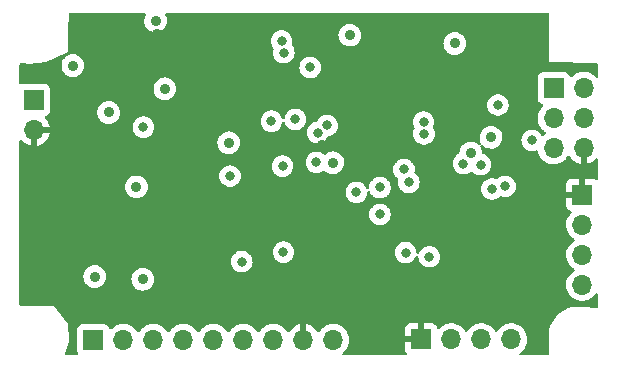
<source format=gbl>
%TF.GenerationSoftware,KiCad,Pcbnew,(6.0.1-0)*%
%TF.CreationDate,2022-02-17T22:02:19-07:00*%
%TF.ProjectId,MCU Datalogger,4d435520-4461-4746-916c-6f676765722e,1*%
%TF.SameCoordinates,Original*%
%TF.FileFunction,Copper,L4,Bot*%
%TF.FilePolarity,Positive*%
%FSLAX46Y46*%
G04 Gerber Fmt 4.6, Leading zero omitted, Abs format (unit mm)*
G04 Created by KiCad (PCBNEW (6.0.1-0)) date 2022-02-17 22:02:19*
%MOMM*%
%LPD*%
G01*
G04 APERTURE LIST*
%TA.AperFunction,ComponentPad*%
%ADD10R,1.700000X1.700000*%
%TD*%
%TA.AperFunction,ComponentPad*%
%ADD11O,1.700000X1.700000*%
%TD*%
%TA.AperFunction,ViaPad*%
%ADD12C,0.800000*%
%TD*%
%TA.AperFunction,ViaPad*%
%ADD13C,0.900000*%
%TD*%
G04 APERTURE END LIST*
D10*
%TO.P,J4,1,Pin_1*%
%TO.N,GND*%
X112786000Y-104216200D03*
D11*
%TO.P,J4,2,Pin_2*%
%TO.N,/Vcc*%
X115326000Y-104216200D03*
%TO.P,J4,3,Pin_3*%
%TO.N,/RX*%
X117866000Y-104216200D03*
%TO.P,J4,4,Pin_4*%
%TO.N,/TX*%
X120406000Y-104216200D03*
%TD*%
D10*
%TO.P,J1,1,Pin_1*%
%TO.N,/D2*%
X85013800Y-104267000D03*
D11*
%TO.P,J1,2,Pin_2*%
%TO.N,/D3*%
X87553800Y-104267000D03*
%TO.P,J1,3,Pin_3*%
%TO.N,/D4*%
X90093800Y-104267000D03*
%TO.P,J1,4,Pin_4*%
%TO.N,/D5*%
X92633800Y-104267000D03*
%TO.P,J1,5,Pin_5*%
%TO.N,/D6*%
X95173800Y-104267000D03*
%TO.P,J1,6,Pin_6*%
%TO.N,/D7*%
X97713800Y-104267000D03*
%TO.P,J1,7,Pin_7*%
%TO.N,/D8*%
X100253800Y-104267000D03*
%TO.P,J1,8,Pin_8*%
%TO.N,GND*%
X102793800Y-104267000D03*
%TO.P,J1,9,Pin_9*%
%TO.N,/Vcc*%
X105333800Y-104267000D03*
%TD*%
D10*
%TO.P,J3,1,Pin_1*%
%TO.N,/MISO*%
X123997800Y-82946000D03*
D11*
%TO.P,J3,2,Pin_2*%
%TO.N,/Vcc*%
X126537800Y-82946000D03*
%TO.P,J3,3,Pin_3*%
%TO.N,/SCK*%
X123997800Y-85486000D03*
%TO.P,J3,4,Pin_4*%
%TO.N,/MOSI*%
X126537800Y-85486000D03*
%TO.P,J3,5,Pin_5*%
%TO.N,/RESET*%
X123997800Y-88026000D03*
%TO.P,J3,6,Pin_6*%
%TO.N,GND*%
X126537800Y-88026000D03*
%TD*%
D10*
%TO.P,J2,1,Pin_1*%
%TO.N,GND*%
X126415800Y-91973400D03*
D11*
%TO.P,J2,2,Pin_2*%
%TO.N,/Vcc*%
X126415800Y-94513400D03*
%TO.P,J2,3,Pin_3*%
%TO.N,/SDA*%
X126415800Y-97053400D03*
%TO.P,J2,4,Pin_4*%
%TO.N,/SCL*%
X126415800Y-99593400D03*
%TD*%
D10*
%TO.P,BT1,1,+*%
%TO.N,/Vcc*%
X80010000Y-83942000D03*
D11*
%TO.P,BT1,2,-*%
%TO.N,GND*%
X80010000Y-86482000D03*
%TD*%
D12*
%TO.N,/MISO*%
X107289600Y-91770200D03*
%TO.N,/MOSI*%
X109282900Y-93649800D03*
%TO.N,/SCK*%
X122174000Y-87376000D03*
X109282900Y-91363800D03*
X111328200Y-89839800D03*
%TO.N,/SCL*%
X89255600Y-86258400D03*
X100101400Y-85750400D03*
D13*
%TO.N,/Vcc*%
X96494600Y-87579200D03*
D12*
%TO.N,/SDA*%
X103378000Y-81203800D03*
X101150627Y-79942057D03*
D13*
%TO.N,/Vcc*%
X116980700Y-88429342D03*
X105315541Y-89273868D03*
X118694200Y-87122000D03*
X115620800Y-79171800D03*
X106730800Y-78460600D03*
X90296823Y-77239412D03*
X83293118Y-81046802D03*
X86309200Y-85013800D03*
X91084400Y-83007200D03*
X88671400Y-91313000D03*
X89204800Y-99136200D03*
X85140800Y-98907600D03*
%TO.N,GND*%
X115493800Y-97485200D03*
X112852200Y-95148400D03*
X119634000Y-80010000D03*
X115570000Y-82854800D03*
X110972600Y-78892400D03*
X99974400Y-87223600D03*
X104384483Y-87750446D03*
X90398600Y-78384400D03*
X86512400Y-79222600D03*
X90791300Y-84564083D03*
X83794600Y-95199200D03*
X83235800Y-88011000D03*
D12*
%TO.N,/RESET*%
X102116074Y-85599406D03*
X119278400Y-84378800D03*
%TO.N,Net-(C2-Pad2)*%
X96596200Y-90398600D03*
%TO.N,/SDA*%
X119888000Y-91262200D03*
X117805200Y-89433400D03*
%TO.N,/SCL*%
X116357400Y-89335100D03*
X118770400Y-91490800D03*
%TO.N,Net-(C4-Pad2)*%
X103911400Y-89230200D03*
X113461800Y-97231200D03*
%TO.N,Net-(C2-Pad2)*%
X111455200Y-96875600D03*
X97586800Y-97637600D03*
%TO.N,Net-(C3-Pad2)*%
X100960028Y-78960895D03*
X101117400Y-96836900D03*
X101041200Y-89560400D03*
%TO.N,/SCL*%
X113014219Y-86825488D03*
X104013000Y-86715600D03*
%TO.N,/SDA*%
X104808036Y-86100988D03*
X112979200Y-85826600D03*
%TO.N,/MOSI*%
X111734600Y-90932000D03*
%TD*%
%TA.AperFunction,Conductor*%
%TO.N,GND*%
G36*
X89420012Y-76601002D02*
G01*
X89466505Y-76654658D01*
X89476609Y-76724932D01*
X89462306Y-76767701D01*
X89434021Y-76819152D01*
X89411569Y-76859992D01*
X89354732Y-77039164D01*
X89333779Y-77225964D01*
X89349508Y-77413277D01*
X89373654Y-77497485D01*
X89396068Y-77575650D01*
X89401320Y-77593967D01*
X89404135Y-77599444D01*
X89404136Y-77599447D01*
X89438365Y-77666050D01*
X89487241Y-77761152D01*
X89491064Y-77765976D01*
X89491067Y-77765980D01*
X89517448Y-77799264D01*
X89604000Y-77908464D01*
X89747147Y-78030292D01*
X89752525Y-78033298D01*
X89752527Y-78033299D01*
X89828547Y-78075785D01*
X89911232Y-78121996D01*
X90090003Y-78180082D01*
X90276653Y-78202339D01*
X90282788Y-78201867D01*
X90282790Y-78201867D01*
X90457928Y-78188391D01*
X90457932Y-78188390D01*
X90464070Y-78187918D01*
X90549201Y-78164149D01*
X90639173Y-78139028D01*
X90639176Y-78139027D01*
X90645117Y-78137368D01*
X90650621Y-78134588D01*
X90650623Y-78134587D01*
X90807397Y-78055395D01*
X90807399Y-78055394D01*
X90812898Y-78052616D01*
X90961022Y-77936889D01*
X90978657Y-77916459D01*
X91079817Y-77799264D01*
X91079818Y-77799262D01*
X91083846Y-77794596D01*
X91176693Y-77631156D01*
X91236026Y-77452794D01*
X91259585Y-77266304D01*
X91259961Y-77239412D01*
X91241618Y-77052338D01*
X91187288Y-76872389D01*
X91130800Y-76766151D01*
X91116481Y-76696616D01*
X91142028Y-76630376D01*
X91199333Y-76588463D01*
X91242052Y-76581000D01*
X123495800Y-76581000D01*
X123563921Y-76601002D01*
X123610414Y-76654658D01*
X123621800Y-76707000D01*
X123621800Y-80743731D01*
X127638801Y-80832998D01*
X127706459Y-80854508D01*
X127751748Y-80909183D01*
X127762000Y-80958966D01*
X127762000Y-81947044D01*
X127741998Y-82015165D01*
X127688342Y-82061658D01*
X127618068Y-82071762D01*
X127553488Y-82042268D01*
X127542807Y-82031844D01*
X127470952Y-81952876D01*
X127470942Y-81952867D01*
X127467470Y-81949051D01*
X127463419Y-81945852D01*
X127463415Y-81945848D01*
X127296214Y-81813800D01*
X127296210Y-81813798D01*
X127292159Y-81810598D01*
X127096589Y-81702638D01*
X127091720Y-81700914D01*
X127091716Y-81700912D01*
X126890887Y-81629795D01*
X126890883Y-81629794D01*
X126886012Y-81628069D01*
X126880919Y-81627162D01*
X126880916Y-81627161D01*
X126671173Y-81589800D01*
X126671167Y-81589799D01*
X126666084Y-81588894D01*
X126592252Y-81587992D01*
X126447881Y-81586228D01*
X126447879Y-81586228D01*
X126442711Y-81586165D01*
X126221891Y-81619955D01*
X126009556Y-81689357D01*
X125811407Y-81792507D01*
X125807274Y-81795610D01*
X125807271Y-81795612D01*
X125636900Y-81923530D01*
X125632765Y-81926635D01*
X125553359Y-82009729D01*
X125552083Y-82011064D01*
X125490559Y-82046494D01*
X125419646Y-82043037D01*
X125361860Y-82001791D01*
X125343007Y-81968243D01*
X125301567Y-81857703D01*
X125298415Y-81849295D01*
X125211061Y-81732739D01*
X125094505Y-81645385D01*
X124958116Y-81594255D01*
X124895934Y-81587500D01*
X123099666Y-81587500D01*
X123037484Y-81594255D01*
X122901095Y-81645385D01*
X122784539Y-81732739D01*
X122697185Y-81849295D01*
X122646055Y-81985684D01*
X122639300Y-82047866D01*
X122639300Y-83844134D01*
X122646055Y-83906316D01*
X122697185Y-84042705D01*
X122784539Y-84159261D01*
X122901095Y-84246615D01*
X122909504Y-84249767D01*
X122909505Y-84249768D01*
X123018251Y-84290535D01*
X123075016Y-84333176D01*
X123099716Y-84399738D01*
X123084509Y-84469087D01*
X123065116Y-84495568D01*
X122995203Y-84568728D01*
X122938429Y-84628138D01*
X122935520Y-84632403D01*
X122935514Y-84632411D01*
X122894676Y-84692278D01*
X122812543Y-84812680D01*
X122774618Y-84894382D01*
X122720814Y-85010295D01*
X122718488Y-85015305D01*
X122658789Y-85230570D01*
X122635051Y-85452695D01*
X122635348Y-85457848D01*
X122635348Y-85457851D01*
X122643510Y-85599406D01*
X122647910Y-85675715D01*
X122649047Y-85680761D01*
X122649048Y-85680767D01*
X122663262Y-85743835D01*
X122697022Y-85893639D01*
X122735261Y-85987811D01*
X122770779Y-86075281D01*
X122781066Y-86100616D01*
X122825881Y-86173748D01*
X122895091Y-86286688D01*
X122897787Y-86291088D01*
X123044050Y-86459938D01*
X123137639Y-86537637D01*
X123206082Y-86594459D01*
X123215926Y-86602632D01*
X123272574Y-86635734D01*
X123289245Y-86645476D01*
X123337969Y-86697114D01*
X123351040Y-86766897D01*
X123324309Y-86832669D01*
X123283855Y-86866027D01*
X123271407Y-86872507D01*
X123267274Y-86875610D01*
X123267271Y-86875612D01*
X123148572Y-86964734D01*
X123082087Y-86989640D01*
X123012692Y-86974648D01*
X122963800Y-86926974D01*
X122916342Y-86844774D01*
X122916339Y-86844769D01*
X122913040Y-86839056D01*
X122907558Y-86832967D01*
X122789675Y-86702045D01*
X122789674Y-86702044D01*
X122785253Y-86697134D01*
X122677978Y-86619194D01*
X122636094Y-86588763D01*
X122636093Y-86588762D01*
X122630752Y-86584882D01*
X122624724Y-86582198D01*
X122624722Y-86582197D01*
X122462319Y-86509891D01*
X122462318Y-86509891D01*
X122456288Y-86507206D01*
X122362887Y-86487353D01*
X122275944Y-86468872D01*
X122275939Y-86468872D01*
X122269487Y-86467500D01*
X122078513Y-86467500D01*
X122072061Y-86468872D01*
X122072056Y-86468872D01*
X121985113Y-86487353D01*
X121891712Y-86507206D01*
X121885682Y-86509891D01*
X121885681Y-86509891D01*
X121723278Y-86582197D01*
X121723276Y-86582198D01*
X121717248Y-86584882D01*
X121711907Y-86588762D01*
X121711906Y-86588763D01*
X121670022Y-86619194D01*
X121562747Y-86697134D01*
X121558326Y-86702044D01*
X121558325Y-86702045D01*
X121440443Y-86832967D01*
X121434960Y-86839056D01*
X121399462Y-86900540D01*
X121354353Y-86978672D01*
X121339473Y-87004444D01*
X121280458Y-87186072D01*
X121279768Y-87192633D01*
X121279768Y-87192635D01*
X121272956Y-87257452D01*
X121260496Y-87376000D01*
X121261186Y-87382565D01*
X121278195Y-87544392D01*
X121280458Y-87565928D01*
X121339473Y-87747556D01*
X121342776Y-87753278D01*
X121342777Y-87753279D01*
X121360223Y-87783496D01*
X121434960Y-87912944D01*
X121439378Y-87917851D01*
X121439379Y-87917852D01*
X121536756Y-88026000D01*
X121562747Y-88054866D01*
X121717248Y-88167118D01*
X121723276Y-88169802D01*
X121723278Y-88169803D01*
X121872780Y-88236365D01*
X121891712Y-88244794D01*
X121985112Y-88264647D01*
X122072056Y-88283128D01*
X122072061Y-88283128D01*
X122078513Y-88284500D01*
X122269487Y-88284500D01*
X122275939Y-88283128D01*
X122275944Y-88283128D01*
X122362888Y-88264647D01*
X122456288Y-88244794D01*
X122462315Y-88242111D01*
X122462323Y-88242108D01*
X122496011Y-88227109D01*
X122566378Y-88217675D01*
X122630675Y-88247782D01*
X122670176Y-88314515D01*
X122697022Y-88433639D01*
X122781066Y-88640616D01*
X122783765Y-88645020D01*
X122874599Y-88793248D01*
X122897787Y-88831088D01*
X123044050Y-88999938D01*
X123148669Y-89086794D01*
X123211424Y-89138894D01*
X123215926Y-89142632D01*
X123408800Y-89255338D01*
X123617492Y-89335030D01*
X123622560Y-89336061D01*
X123622563Y-89336062D01*
X123717662Y-89355410D01*
X123836397Y-89379567D01*
X123841572Y-89379757D01*
X123841574Y-89379757D01*
X124054473Y-89387564D01*
X124054477Y-89387564D01*
X124059637Y-89387753D01*
X124064757Y-89387097D01*
X124064759Y-89387097D01*
X124276088Y-89360025D01*
X124276089Y-89360025D01*
X124281216Y-89359368D01*
X124286166Y-89357883D01*
X124490229Y-89296661D01*
X124490234Y-89296659D01*
X124495184Y-89295174D01*
X124695794Y-89196896D01*
X124877660Y-89067173D01*
X124918208Y-89026767D01*
X125012632Y-88932672D01*
X125035896Y-88909489D01*
X125041707Y-88901403D01*
X125166253Y-88728077D01*
X125167440Y-88728930D01*
X125214760Y-88685362D01*
X125284697Y-88673145D01*
X125350138Y-88700678D01*
X125377966Y-88732511D01*
X125435494Y-88826388D01*
X125441577Y-88834699D01*
X125581013Y-88995667D01*
X125588380Y-89002883D01*
X125752234Y-89138916D01*
X125760681Y-89144831D01*
X125944556Y-89252279D01*
X125953842Y-89256729D01*
X126152801Y-89332703D01*
X126162699Y-89335579D01*
X126266050Y-89356606D01*
X126280099Y-89355410D01*
X126283800Y-89345065D01*
X126283800Y-87898000D01*
X126303802Y-87829879D01*
X126357458Y-87783386D01*
X126409800Y-87772000D01*
X126665800Y-87772000D01*
X126733921Y-87792002D01*
X126780414Y-87845658D01*
X126791800Y-87898000D01*
X126791800Y-89344517D01*
X126795864Y-89358359D01*
X126809278Y-89360393D01*
X126815984Y-89359534D01*
X126826062Y-89357392D01*
X127030055Y-89296191D01*
X127039642Y-89292433D01*
X127230895Y-89198739D01*
X127239745Y-89193464D01*
X127413128Y-89069792D01*
X127421000Y-89063139D01*
X127547060Y-88937517D01*
X127609431Y-88903600D01*
X127680238Y-88908788D01*
X127737000Y-88951434D01*
X127761694Y-89017997D01*
X127762000Y-89026767D01*
X127762000Y-90608505D01*
X127741998Y-90676626D01*
X127688342Y-90723119D01*
X127618068Y-90733223D01*
X127560436Y-90709332D01*
X127519448Y-90678614D01*
X127503854Y-90670076D01*
X127383406Y-90624922D01*
X127368151Y-90621295D01*
X127317286Y-90615769D01*
X127310472Y-90615400D01*
X126687915Y-90615400D01*
X126672676Y-90619875D01*
X126671471Y-90621265D01*
X126669800Y-90628948D01*
X126669800Y-92101400D01*
X126649798Y-92169521D01*
X126596142Y-92216014D01*
X126543800Y-92227400D01*
X125075916Y-92227400D01*
X125060677Y-92231875D01*
X125059472Y-92233265D01*
X125057801Y-92240948D01*
X125057801Y-92868069D01*
X125058171Y-92874890D01*
X125063695Y-92925752D01*
X125067321Y-92941004D01*
X125112476Y-93061454D01*
X125121014Y-93077049D01*
X125197515Y-93179124D01*
X125210076Y-93191685D01*
X125312151Y-93268186D01*
X125327746Y-93276724D01*
X125436627Y-93317542D01*
X125493391Y-93360184D01*
X125518091Y-93426745D01*
X125502883Y-93496094D01*
X125483491Y-93522575D01*
X125368186Y-93643235D01*
X125356429Y-93655538D01*
X125230543Y-93840080D01*
X125136488Y-94042705D01*
X125076789Y-94257970D01*
X125053051Y-94480095D01*
X125065910Y-94703115D01*
X125067047Y-94708161D01*
X125067048Y-94708167D01*
X125088075Y-94801469D01*
X125115022Y-94921039D01*
X125199066Y-95128016D01*
X125315787Y-95318488D01*
X125462050Y-95487338D01*
X125633926Y-95630032D01*
X125704395Y-95671211D01*
X125707245Y-95672876D01*
X125755969Y-95724514D01*
X125769040Y-95794297D01*
X125742309Y-95860069D01*
X125701855Y-95893427D01*
X125689407Y-95899907D01*
X125685274Y-95903010D01*
X125685271Y-95903012D01*
X125514900Y-96030930D01*
X125510765Y-96034035D01*
X125356429Y-96195538D01*
X125230543Y-96380080D01*
X125190965Y-96465344D01*
X125150586Y-96552334D01*
X125136488Y-96582705D01*
X125076789Y-96797970D01*
X125053051Y-97020095D01*
X125053348Y-97025248D01*
X125053348Y-97025251D01*
X125057413Y-97095748D01*
X125065910Y-97243115D01*
X125067047Y-97248161D01*
X125067048Y-97248167D01*
X125088075Y-97341469D01*
X125115022Y-97461039D01*
X125199066Y-97668016D01*
X125315787Y-97858488D01*
X125462050Y-98027338D01*
X125633926Y-98170032D01*
X125668306Y-98190122D01*
X125707245Y-98212876D01*
X125755969Y-98264514D01*
X125769040Y-98334297D01*
X125742309Y-98400069D01*
X125701855Y-98433427D01*
X125689407Y-98439907D01*
X125685274Y-98443010D01*
X125685271Y-98443012D01*
X125514900Y-98570930D01*
X125510765Y-98574035D01*
X125356429Y-98735538D01*
X125230543Y-98920080D01*
X125136488Y-99122705D01*
X125076789Y-99337970D01*
X125053051Y-99560095D01*
X125053348Y-99565248D01*
X125053348Y-99565251D01*
X125058971Y-99662768D01*
X125065910Y-99783115D01*
X125067047Y-99788161D01*
X125067048Y-99788167D01*
X125080758Y-99848999D01*
X125115022Y-100001039D01*
X125199066Y-100208016D01*
X125315787Y-100398488D01*
X125462050Y-100567338D01*
X125633926Y-100710032D01*
X125826800Y-100822738D01*
X126035492Y-100902430D01*
X126040560Y-100903461D01*
X126040563Y-100903462D01*
X126147817Y-100925283D01*
X126254397Y-100946967D01*
X126259572Y-100947157D01*
X126259574Y-100947157D01*
X126472473Y-100954964D01*
X126472477Y-100954964D01*
X126477637Y-100955153D01*
X126482757Y-100954497D01*
X126482759Y-100954497D01*
X126694088Y-100927425D01*
X126694089Y-100927425D01*
X126699216Y-100926768D01*
X126704166Y-100925283D01*
X126908229Y-100864061D01*
X126908234Y-100864059D01*
X126913184Y-100862574D01*
X127113794Y-100764296D01*
X127295660Y-100634573D01*
X127453896Y-100476889D01*
X127533678Y-100365861D01*
X127589672Y-100322213D01*
X127660375Y-100315767D01*
X127723339Y-100348569D01*
X127758574Y-100410206D01*
X127762000Y-100439387D01*
X127762000Y-101476626D01*
X127741998Y-101544747D01*
X127688342Y-101591240D01*
X127620374Y-101601653D01*
X126566616Y-101469933D01*
X126370249Y-101445387D01*
X126370248Y-101445387D01*
X126365000Y-101444731D01*
X125780800Y-101470131D01*
X125776324Y-101470983D01*
X125776320Y-101470984D01*
X125549244Y-101514237D01*
X125247400Y-101571731D01*
X124333000Y-102079731D01*
X124324570Y-102092845D01*
X123669966Y-103111118D01*
X123647200Y-103146531D01*
X123646889Y-103164082D01*
X123646889Y-103164083D01*
X123642007Y-103439926D01*
X123606182Y-105464032D01*
X123584979Y-105531786D01*
X123530509Y-105577322D01*
X123480203Y-105587800D01*
X121216242Y-105587800D01*
X121148121Y-105567798D01*
X121101628Y-105514142D01*
X121091524Y-105443868D01*
X121121018Y-105379288D01*
X121143074Y-105359221D01*
X121281656Y-105260372D01*
X121281659Y-105260370D01*
X121285860Y-105257373D01*
X121296890Y-105246382D01*
X121389457Y-105154137D01*
X121444096Y-105099689D01*
X121461126Y-105075990D01*
X121571435Y-104922477D01*
X121574453Y-104918277D01*
X121595320Y-104876057D01*
X121671136Y-104722653D01*
X121671137Y-104722651D01*
X121673430Y-104718011D01*
X121738370Y-104504269D01*
X121767529Y-104282790D01*
X121767997Y-104263646D01*
X121769074Y-104219565D01*
X121769074Y-104219561D01*
X121769156Y-104216200D01*
X121750852Y-103993561D01*
X121696431Y-103776902D01*
X121607354Y-103572040D01*
X121508438Y-103419139D01*
X121488822Y-103388817D01*
X121488820Y-103388814D01*
X121486014Y-103384477D01*
X121335670Y-103219251D01*
X121331619Y-103216052D01*
X121331615Y-103216048D01*
X121164414Y-103084000D01*
X121164410Y-103083998D01*
X121160359Y-103080798D01*
X120964789Y-102972838D01*
X120959920Y-102971114D01*
X120959916Y-102971112D01*
X120759087Y-102899995D01*
X120759083Y-102899994D01*
X120754212Y-102898269D01*
X120749119Y-102897362D01*
X120749116Y-102897361D01*
X120539373Y-102860000D01*
X120539367Y-102859999D01*
X120534284Y-102859094D01*
X120460452Y-102858192D01*
X120316081Y-102856428D01*
X120316079Y-102856428D01*
X120310911Y-102856365D01*
X120090091Y-102890155D01*
X119877756Y-102959557D01*
X119679607Y-103062707D01*
X119675474Y-103065810D01*
X119675471Y-103065812D01*
X119516722Y-103185004D01*
X119500965Y-103196835D01*
X119497393Y-103200573D01*
X119380599Y-103322791D01*
X119346629Y-103358338D01*
X119239201Y-103515821D01*
X119184293Y-103560821D01*
X119113768Y-103568992D01*
X119050021Y-103537738D01*
X119029324Y-103513254D01*
X118948822Y-103388817D01*
X118948820Y-103388814D01*
X118946014Y-103384477D01*
X118795670Y-103219251D01*
X118791619Y-103216052D01*
X118791615Y-103216048D01*
X118624414Y-103084000D01*
X118624410Y-103083998D01*
X118620359Y-103080798D01*
X118424789Y-102972838D01*
X118419920Y-102971114D01*
X118419916Y-102971112D01*
X118219087Y-102899995D01*
X118219083Y-102899994D01*
X118214212Y-102898269D01*
X118209119Y-102897362D01*
X118209116Y-102897361D01*
X117999373Y-102860000D01*
X117999367Y-102859999D01*
X117994284Y-102859094D01*
X117920452Y-102858192D01*
X117776081Y-102856428D01*
X117776079Y-102856428D01*
X117770911Y-102856365D01*
X117550091Y-102890155D01*
X117337756Y-102959557D01*
X117139607Y-103062707D01*
X117135474Y-103065810D01*
X117135471Y-103065812D01*
X116976722Y-103185004D01*
X116960965Y-103196835D01*
X116957393Y-103200573D01*
X116840599Y-103322791D01*
X116806629Y-103358338D01*
X116699201Y-103515821D01*
X116644293Y-103560821D01*
X116573768Y-103568992D01*
X116510021Y-103537738D01*
X116489324Y-103513254D01*
X116408822Y-103388817D01*
X116408820Y-103388814D01*
X116406014Y-103384477D01*
X116255670Y-103219251D01*
X116251619Y-103216052D01*
X116251615Y-103216048D01*
X116084414Y-103084000D01*
X116084410Y-103083998D01*
X116080359Y-103080798D01*
X115884789Y-102972838D01*
X115879920Y-102971114D01*
X115879916Y-102971112D01*
X115679087Y-102899995D01*
X115679083Y-102899994D01*
X115674212Y-102898269D01*
X115669119Y-102897362D01*
X115669116Y-102897361D01*
X115459373Y-102860000D01*
X115459367Y-102859999D01*
X115454284Y-102859094D01*
X115380452Y-102858192D01*
X115236081Y-102856428D01*
X115236079Y-102856428D01*
X115230911Y-102856365D01*
X115010091Y-102890155D01*
X114797756Y-102959557D01*
X114599607Y-103062707D01*
X114595474Y-103065810D01*
X114595471Y-103065812D01*
X114436722Y-103185004D01*
X114420965Y-103196835D01*
X114417393Y-103200573D01*
X114339898Y-103281666D01*
X114278374Y-103317095D01*
X114207462Y-103313638D01*
X114149676Y-103272392D01*
X114130823Y-103238844D01*
X114089324Y-103128146D01*
X114080786Y-103112551D01*
X114004285Y-103010476D01*
X113991724Y-102997915D01*
X113889649Y-102921414D01*
X113874054Y-102912876D01*
X113753606Y-102867722D01*
X113738351Y-102864095D01*
X113687486Y-102858569D01*
X113680672Y-102858200D01*
X113058115Y-102858200D01*
X113042876Y-102862675D01*
X113041671Y-102864065D01*
X113040000Y-102871748D01*
X113040000Y-104344200D01*
X113019998Y-104412321D01*
X112966342Y-104458814D01*
X112914000Y-104470200D01*
X111446116Y-104470200D01*
X111430877Y-104474675D01*
X111429672Y-104476065D01*
X111428001Y-104483748D01*
X111428001Y-105110869D01*
X111428371Y-105117690D01*
X111433895Y-105168552D01*
X111437521Y-105183804D01*
X111482676Y-105304254D01*
X111491214Y-105319848D01*
X111540968Y-105386235D01*
X111565816Y-105452741D01*
X111550763Y-105522124D01*
X111500589Y-105572354D01*
X111440142Y-105587800D01*
X106215261Y-105587800D01*
X106147140Y-105567798D01*
X106100647Y-105514142D01*
X106090543Y-105443868D01*
X106120037Y-105379288D01*
X106142093Y-105359221D01*
X106179089Y-105332832D01*
X106213660Y-105308173D01*
X106371896Y-105150489D01*
X106380592Y-105138388D01*
X106499235Y-104973277D01*
X106502253Y-104969077D01*
X106515795Y-104941678D01*
X106598936Y-104773453D01*
X106598937Y-104773451D01*
X106601230Y-104768811D01*
X106666170Y-104555069D01*
X106695329Y-104333590D01*
X106695411Y-104330240D01*
X106696874Y-104270365D01*
X106696874Y-104270361D01*
X106696956Y-104267000D01*
X106678652Y-104044361D01*
X106653464Y-103944085D01*
X111428000Y-103944085D01*
X111432475Y-103959324D01*
X111433865Y-103960529D01*
X111441548Y-103962200D01*
X112513885Y-103962200D01*
X112529124Y-103957725D01*
X112530329Y-103956335D01*
X112532000Y-103948652D01*
X112532000Y-102876316D01*
X112527525Y-102861077D01*
X112526135Y-102859872D01*
X112518452Y-102858201D01*
X111891331Y-102858201D01*
X111884510Y-102858571D01*
X111833648Y-102864095D01*
X111818396Y-102867721D01*
X111697946Y-102912876D01*
X111682351Y-102921414D01*
X111580276Y-102997915D01*
X111567715Y-103010476D01*
X111491214Y-103112551D01*
X111482676Y-103128146D01*
X111437522Y-103248594D01*
X111433895Y-103263849D01*
X111428369Y-103314714D01*
X111428000Y-103321528D01*
X111428000Y-103944085D01*
X106653464Y-103944085D01*
X106624231Y-103827702D01*
X106535154Y-103622840D01*
X106413814Y-103435277D01*
X106263470Y-103270051D01*
X106259419Y-103266852D01*
X106259415Y-103266848D01*
X106092214Y-103134800D01*
X106092210Y-103134798D01*
X106088159Y-103131598D01*
X106051828Y-103111542D01*
X106001935Y-103084000D01*
X105892589Y-103023638D01*
X105887720Y-103021914D01*
X105887716Y-103021912D01*
X105686887Y-102950795D01*
X105686883Y-102950794D01*
X105682012Y-102949069D01*
X105676919Y-102948162D01*
X105676916Y-102948161D01*
X105467173Y-102910800D01*
X105467167Y-102910799D01*
X105462084Y-102909894D01*
X105388252Y-102908992D01*
X105243881Y-102907228D01*
X105243879Y-102907228D01*
X105238711Y-102907165D01*
X105017891Y-102940955D01*
X104805556Y-103010357D01*
X104607407Y-103113507D01*
X104603274Y-103116610D01*
X104603271Y-103116612D01*
X104432900Y-103244530D01*
X104428765Y-103247635D01*
X104425193Y-103251373D01*
X104297996Y-103384477D01*
X104274429Y-103409138D01*
X104167004Y-103566618D01*
X104166698Y-103567066D01*
X104111787Y-103612069D01*
X104041262Y-103620240D01*
X103977515Y-103588986D01*
X103956818Y-103564502D01*
X103876226Y-103439926D01*
X103869936Y-103431757D01*
X103726606Y-103274240D01*
X103719073Y-103267215D01*
X103551939Y-103135222D01*
X103543352Y-103129517D01*
X103356917Y-103026599D01*
X103347505Y-103022369D01*
X103146759Y-102951280D01*
X103136788Y-102948646D01*
X103065637Y-102935972D01*
X103052340Y-102937432D01*
X103047800Y-102951989D01*
X103047800Y-104395000D01*
X103027798Y-104463121D01*
X102974142Y-104509614D01*
X102921800Y-104521000D01*
X102665800Y-104521000D01*
X102597679Y-104500998D01*
X102551186Y-104447342D01*
X102539800Y-104395000D01*
X102539800Y-102950102D01*
X102535882Y-102936758D01*
X102521606Y-102934771D01*
X102483124Y-102940660D01*
X102473088Y-102943051D01*
X102270668Y-103009212D01*
X102261159Y-103013209D01*
X102072263Y-103111542D01*
X102063538Y-103117036D01*
X101893233Y-103244905D01*
X101885526Y-103251748D01*
X101738390Y-103405717D01*
X101731909Y-103413722D01*
X101627298Y-103567074D01*
X101572387Y-103612076D01*
X101501862Y-103620247D01*
X101438115Y-103588993D01*
X101417418Y-103564509D01*
X101336622Y-103439617D01*
X101336620Y-103439614D01*
X101333814Y-103435277D01*
X101183470Y-103270051D01*
X101179419Y-103266852D01*
X101179415Y-103266848D01*
X101012214Y-103134800D01*
X101012210Y-103134798D01*
X101008159Y-103131598D01*
X100971828Y-103111542D01*
X100921935Y-103084000D01*
X100812589Y-103023638D01*
X100807720Y-103021914D01*
X100807716Y-103021912D01*
X100606887Y-102950795D01*
X100606883Y-102950794D01*
X100602012Y-102949069D01*
X100596919Y-102948162D01*
X100596916Y-102948161D01*
X100387173Y-102910800D01*
X100387167Y-102910799D01*
X100382084Y-102909894D01*
X100308252Y-102908992D01*
X100163881Y-102907228D01*
X100163879Y-102907228D01*
X100158711Y-102907165D01*
X99937891Y-102940955D01*
X99725556Y-103010357D01*
X99527407Y-103113507D01*
X99523274Y-103116610D01*
X99523271Y-103116612D01*
X99352900Y-103244530D01*
X99348765Y-103247635D01*
X99345193Y-103251373D01*
X99217996Y-103384477D01*
X99194429Y-103409138D01*
X99087001Y-103566621D01*
X99032093Y-103611621D01*
X98961568Y-103619792D01*
X98897821Y-103588538D01*
X98877124Y-103564054D01*
X98796622Y-103439617D01*
X98796620Y-103439614D01*
X98793814Y-103435277D01*
X98643470Y-103270051D01*
X98639419Y-103266852D01*
X98639415Y-103266848D01*
X98472214Y-103134800D01*
X98472210Y-103134798D01*
X98468159Y-103131598D01*
X98431828Y-103111542D01*
X98381935Y-103084000D01*
X98272589Y-103023638D01*
X98267720Y-103021914D01*
X98267716Y-103021912D01*
X98066887Y-102950795D01*
X98066883Y-102950794D01*
X98062012Y-102949069D01*
X98056919Y-102948162D01*
X98056916Y-102948161D01*
X97847173Y-102910800D01*
X97847167Y-102910799D01*
X97842084Y-102909894D01*
X97768252Y-102908992D01*
X97623881Y-102907228D01*
X97623879Y-102907228D01*
X97618711Y-102907165D01*
X97397891Y-102940955D01*
X97185556Y-103010357D01*
X96987407Y-103113507D01*
X96983274Y-103116610D01*
X96983271Y-103116612D01*
X96812900Y-103244530D01*
X96808765Y-103247635D01*
X96805193Y-103251373D01*
X96677996Y-103384477D01*
X96654429Y-103409138D01*
X96547001Y-103566621D01*
X96492093Y-103611621D01*
X96421568Y-103619792D01*
X96357821Y-103588538D01*
X96337124Y-103564054D01*
X96256622Y-103439617D01*
X96256620Y-103439614D01*
X96253814Y-103435277D01*
X96103470Y-103270051D01*
X96099419Y-103266852D01*
X96099415Y-103266848D01*
X95932214Y-103134800D01*
X95932210Y-103134798D01*
X95928159Y-103131598D01*
X95891828Y-103111542D01*
X95841935Y-103084000D01*
X95732589Y-103023638D01*
X95727720Y-103021914D01*
X95727716Y-103021912D01*
X95526887Y-102950795D01*
X95526883Y-102950794D01*
X95522012Y-102949069D01*
X95516919Y-102948162D01*
X95516916Y-102948161D01*
X95307173Y-102910800D01*
X95307167Y-102910799D01*
X95302084Y-102909894D01*
X95228252Y-102908992D01*
X95083881Y-102907228D01*
X95083879Y-102907228D01*
X95078711Y-102907165D01*
X94857891Y-102940955D01*
X94645556Y-103010357D01*
X94447407Y-103113507D01*
X94443274Y-103116610D01*
X94443271Y-103116612D01*
X94272900Y-103244530D01*
X94268765Y-103247635D01*
X94265193Y-103251373D01*
X94137996Y-103384477D01*
X94114429Y-103409138D01*
X94007001Y-103566621D01*
X93952093Y-103611621D01*
X93881568Y-103619792D01*
X93817821Y-103588538D01*
X93797124Y-103564054D01*
X93716622Y-103439617D01*
X93716620Y-103439614D01*
X93713814Y-103435277D01*
X93563470Y-103270051D01*
X93559419Y-103266852D01*
X93559415Y-103266848D01*
X93392214Y-103134800D01*
X93392210Y-103134798D01*
X93388159Y-103131598D01*
X93351828Y-103111542D01*
X93301935Y-103084000D01*
X93192589Y-103023638D01*
X93187720Y-103021914D01*
X93187716Y-103021912D01*
X92986887Y-102950795D01*
X92986883Y-102950794D01*
X92982012Y-102949069D01*
X92976919Y-102948162D01*
X92976916Y-102948161D01*
X92767173Y-102910800D01*
X92767167Y-102910799D01*
X92762084Y-102909894D01*
X92688252Y-102908992D01*
X92543881Y-102907228D01*
X92543879Y-102907228D01*
X92538711Y-102907165D01*
X92317891Y-102940955D01*
X92105556Y-103010357D01*
X91907407Y-103113507D01*
X91903274Y-103116610D01*
X91903271Y-103116612D01*
X91732900Y-103244530D01*
X91728765Y-103247635D01*
X91725193Y-103251373D01*
X91597996Y-103384477D01*
X91574429Y-103409138D01*
X91467001Y-103566621D01*
X91412093Y-103611621D01*
X91341568Y-103619792D01*
X91277821Y-103588538D01*
X91257124Y-103564054D01*
X91176622Y-103439617D01*
X91176620Y-103439614D01*
X91173814Y-103435277D01*
X91023470Y-103270051D01*
X91019419Y-103266852D01*
X91019415Y-103266848D01*
X90852214Y-103134800D01*
X90852210Y-103134798D01*
X90848159Y-103131598D01*
X90811828Y-103111542D01*
X90761935Y-103084000D01*
X90652589Y-103023638D01*
X90647720Y-103021914D01*
X90647716Y-103021912D01*
X90446887Y-102950795D01*
X90446883Y-102950794D01*
X90442012Y-102949069D01*
X90436919Y-102948162D01*
X90436916Y-102948161D01*
X90227173Y-102910800D01*
X90227167Y-102910799D01*
X90222084Y-102909894D01*
X90148252Y-102908992D01*
X90003881Y-102907228D01*
X90003879Y-102907228D01*
X89998711Y-102907165D01*
X89777891Y-102940955D01*
X89565556Y-103010357D01*
X89367407Y-103113507D01*
X89363274Y-103116610D01*
X89363271Y-103116612D01*
X89192900Y-103244530D01*
X89188765Y-103247635D01*
X89185193Y-103251373D01*
X89057996Y-103384477D01*
X89034429Y-103409138D01*
X88927001Y-103566621D01*
X88872093Y-103611621D01*
X88801568Y-103619792D01*
X88737821Y-103588538D01*
X88717124Y-103564054D01*
X88636622Y-103439617D01*
X88636620Y-103439614D01*
X88633814Y-103435277D01*
X88483470Y-103270051D01*
X88479419Y-103266852D01*
X88479415Y-103266848D01*
X88312214Y-103134800D01*
X88312210Y-103134798D01*
X88308159Y-103131598D01*
X88271828Y-103111542D01*
X88221935Y-103084000D01*
X88112589Y-103023638D01*
X88107720Y-103021914D01*
X88107716Y-103021912D01*
X87906887Y-102950795D01*
X87906883Y-102950794D01*
X87902012Y-102949069D01*
X87896919Y-102948162D01*
X87896916Y-102948161D01*
X87687173Y-102910800D01*
X87687167Y-102910799D01*
X87682084Y-102909894D01*
X87608252Y-102908992D01*
X87463881Y-102907228D01*
X87463879Y-102907228D01*
X87458711Y-102907165D01*
X87237891Y-102940955D01*
X87025556Y-103010357D01*
X86827407Y-103113507D01*
X86823274Y-103116610D01*
X86823271Y-103116612D01*
X86652900Y-103244530D01*
X86648765Y-103247635D01*
X86582388Y-103317095D01*
X86568083Y-103332064D01*
X86506559Y-103367494D01*
X86435646Y-103364037D01*
X86377860Y-103322791D01*
X86359007Y-103289243D01*
X86317567Y-103178703D01*
X86314415Y-103170295D01*
X86227061Y-103053739D01*
X86110505Y-102966385D01*
X85974116Y-102915255D01*
X85911934Y-102908500D01*
X84115666Y-102908500D01*
X84053484Y-102915255D01*
X83917095Y-102966385D01*
X83800539Y-103053739D01*
X83713185Y-103170295D01*
X83662055Y-103306684D01*
X83655300Y-103368866D01*
X83655300Y-105165134D01*
X83662055Y-105227316D01*
X83713185Y-105363705D01*
X83718571Y-105370891D01*
X83730071Y-105386236D01*
X83754918Y-105452742D01*
X83739865Y-105522125D01*
X83689690Y-105572354D01*
X83629244Y-105587800D01*
X82781146Y-105587800D01*
X82713025Y-105567798D01*
X82666532Y-105514142D01*
X82656428Y-105443868D01*
X82659584Y-105428655D01*
X82956400Y-104340331D01*
X82951403Y-104270365D01*
X82856099Y-102936115D01*
X82854800Y-102917931D01*
X81686400Y-101368531D01*
X78891400Y-101368531D01*
X78823279Y-101348529D01*
X78776786Y-101294873D01*
X78765400Y-101242531D01*
X78765400Y-98894152D01*
X84177756Y-98894152D01*
X84193485Y-99081465D01*
X84245297Y-99262155D01*
X84248112Y-99267632D01*
X84248113Y-99267635D01*
X84309539Y-99387157D01*
X84331218Y-99429340D01*
X84335041Y-99434164D01*
X84335044Y-99434168D01*
X84404732Y-99522091D01*
X84447977Y-99576652D01*
X84452671Y-99580647D01*
X84549163Y-99662768D01*
X84591124Y-99698480D01*
X84596502Y-99701486D01*
X84596504Y-99701487D01*
X84673167Y-99744332D01*
X84755209Y-99790184D01*
X84933980Y-99848270D01*
X85120630Y-99870527D01*
X85126765Y-99870055D01*
X85126767Y-99870055D01*
X85301905Y-99856579D01*
X85301909Y-99856578D01*
X85308047Y-99856106D01*
X85405082Y-99829013D01*
X85483150Y-99807216D01*
X85483153Y-99807215D01*
X85489094Y-99805556D01*
X85494598Y-99802776D01*
X85494600Y-99802775D01*
X85651374Y-99723583D01*
X85651376Y-99723582D01*
X85656875Y-99720804D01*
X85804999Y-99605077D01*
X85809025Y-99600413D01*
X85923794Y-99467452D01*
X85923795Y-99467450D01*
X85927823Y-99462784D01*
X86020670Y-99299344D01*
X86079414Y-99122752D01*
X88241756Y-99122752D01*
X88242272Y-99128896D01*
X88256585Y-99299344D01*
X88257485Y-99310065D01*
X88274889Y-99370761D01*
X88291687Y-99429340D01*
X88309297Y-99490755D01*
X88312112Y-99496232D01*
X88312113Y-99496235D01*
X88350959Y-99571821D01*
X88395218Y-99657940D01*
X88399041Y-99662764D01*
X88399044Y-99662768D01*
X88447246Y-99723583D01*
X88511977Y-99805252D01*
X88516671Y-99809247D01*
X88588675Y-99870527D01*
X88655124Y-99927080D01*
X88660502Y-99930086D01*
X88660504Y-99930087D01*
X88737167Y-99972932D01*
X88819209Y-100018784D01*
X88997980Y-100076870D01*
X89184630Y-100099127D01*
X89190765Y-100098655D01*
X89190767Y-100098655D01*
X89365905Y-100085179D01*
X89365909Y-100085178D01*
X89372047Y-100084706D01*
X89457178Y-100060937D01*
X89547150Y-100035816D01*
X89547153Y-100035815D01*
X89553094Y-100034156D01*
X89558598Y-100031376D01*
X89558600Y-100031375D01*
X89715374Y-99952183D01*
X89715376Y-99952182D01*
X89720875Y-99949404D01*
X89868999Y-99833677D01*
X89873025Y-99829013D01*
X89987794Y-99696052D01*
X89987795Y-99696050D01*
X89991823Y-99691384D01*
X90084670Y-99527944D01*
X90144003Y-99349582D01*
X90167562Y-99163092D01*
X90167938Y-99136200D01*
X90149595Y-98949126D01*
X90140826Y-98920080D01*
X90097046Y-98775077D01*
X90095265Y-98769177D01*
X90007018Y-98603208D01*
X89888215Y-98457540D01*
X89794557Y-98380059D01*
X89748129Y-98341650D01*
X89748124Y-98341647D01*
X89743380Y-98337722D01*
X89737961Y-98334792D01*
X89737958Y-98334790D01*
X89607983Y-98264514D01*
X89578031Y-98248319D01*
X89398466Y-98192734D01*
X89392341Y-98192090D01*
X89392340Y-98192090D01*
X89217652Y-98173729D01*
X89217651Y-98173729D01*
X89211524Y-98173085D01*
X89141565Y-98179452D01*
X89030465Y-98189563D01*
X89030462Y-98189564D01*
X89024326Y-98190122D01*
X89018420Y-98191860D01*
X89018416Y-98191861D01*
X88908212Y-98224296D01*
X88844002Y-98243194D01*
X88768361Y-98282738D01*
X88692219Y-98322544D01*
X88677421Y-98330280D01*
X88530928Y-98448064D01*
X88526970Y-98452782D01*
X88526967Y-98452784D01*
X88484236Y-98503709D01*
X88410102Y-98592059D01*
X88407138Y-98597451D01*
X88407135Y-98597455D01*
X88400976Y-98608659D01*
X88319546Y-98756780D01*
X88317685Y-98762647D01*
X88317684Y-98762649D01*
X88292631Y-98841626D01*
X88262709Y-98935952D01*
X88241756Y-99122752D01*
X86079414Y-99122752D01*
X86080003Y-99120982D01*
X86103562Y-98934492D01*
X86103764Y-98920080D01*
X86103889Y-98911122D01*
X86103889Y-98911118D01*
X86103938Y-98907600D01*
X86085595Y-98720526D01*
X86031265Y-98540577D01*
X85943018Y-98374608D01*
X85824215Y-98228940D01*
X85758462Y-98174544D01*
X85684129Y-98113050D01*
X85684124Y-98113047D01*
X85679380Y-98109122D01*
X85673961Y-98106192D01*
X85673958Y-98106190D01*
X85604471Y-98068619D01*
X85514031Y-98019719D01*
X85334466Y-97964134D01*
X85328341Y-97963490D01*
X85328340Y-97963490D01*
X85153652Y-97945129D01*
X85153651Y-97945129D01*
X85147524Y-97944485D01*
X85070473Y-97951497D01*
X84966465Y-97960963D01*
X84966462Y-97960964D01*
X84960326Y-97961522D01*
X84954420Y-97963260D01*
X84954416Y-97963261D01*
X84821078Y-98002505D01*
X84780002Y-98014594D01*
X84755625Y-98027338D01*
X84627016Y-98094573D01*
X84613421Y-98101680D01*
X84466928Y-98219464D01*
X84462970Y-98224182D01*
X84462967Y-98224184D01*
X84385534Y-98316466D01*
X84346102Y-98363459D01*
X84343138Y-98368851D01*
X84343135Y-98368855D01*
X84291756Y-98462314D01*
X84255546Y-98528180D01*
X84253685Y-98534047D01*
X84253684Y-98534049D01*
X84249861Y-98546100D01*
X84198709Y-98707352D01*
X84177756Y-98894152D01*
X78765400Y-98894152D01*
X78765400Y-97637600D01*
X96673296Y-97637600D01*
X96673986Y-97644165D01*
X96688694Y-97784100D01*
X96693258Y-97827528D01*
X96752273Y-98009156D01*
X96755576Y-98014878D01*
X96755577Y-98014879D01*
X96759872Y-98022318D01*
X96847760Y-98174544D01*
X96975547Y-98316466D01*
X97130048Y-98428718D01*
X97136076Y-98431402D01*
X97136078Y-98431403D01*
X97195812Y-98457998D01*
X97304512Y-98506394D01*
X97397912Y-98526247D01*
X97484856Y-98544728D01*
X97484861Y-98544728D01*
X97491313Y-98546100D01*
X97682287Y-98546100D01*
X97688739Y-98544728D01*
X97688744Y-98544728D01*
X97775688Y-98526247D01*
X97869088Y-98506394D01*
X97977788Y-98457998D01*
X98037522Y-98431403D01*
X98037524Y-98431402D01*
X98043552Y-98428718D01*
X98198053Y-98316466D01*
X98325840Y-98174544D01*
X98413728Y-98022318D01*
X98418023Y-98014879D01*
X98418024Y-98014878D01*
X98421327Y-98009156D01*
X98480342Y-97827528D01*
X98484907Y-97784100D01*
X98499614Y-97644165D01*
X98500304Y-97637600D01*
X98495981Y-97596471D01*
X98481032Y-97454235D01*
X98481032Y-97454233D01*
X98480342Y-97447672D01*
X98421327Y-97266044D01*
X98397420Y-97224635D01*
X98329141Y-97106374D01*
X98325840Y-97100656D01*
X98299864Y-97071806D01*
X98202475Y-96963645D01*
X98202474Y-96963644D01*
X98198053Y-96958734D01*
X98083212Y-96875297D01*
X98048894Y-96850363D01*
X98048893Y-96850362D01*
X98043552Y-96846482D01*
X98037524Y-96843798D01*
X98037522Y-96843797D01*
X98022031Y-96836900D01*
X100203896Y-96836900D01*
X100204586Y-96843465D01*
X100218432Y-96975199D01*
X100223858Y-97026828D01*
X100282873Y-97208456D01*
X100286176Y-97214178D01*
X100286177Y-97214179D01*
X100319750Y-97272329D01*
X100378360Y-97373844D01*
X100382778Y-97378751D01*
X100382779Y-97378752D01*
X100426587Y-97427406D01*
X100506147Y-97515766D01*
X100660648Y-97628018D01*
X100666676Y-97630702D01*
X100666678Y-97630703D01*
X100760377Y-97672420D01*
X100835112Y-97705694D01*
X100928513Y-97725547D01*
X101015456Y-97744028D01*
X101015461Y-97744028D01*
X101021913Y-97745400D01*
X101212887Y-97745400D01*
X101219339Y-97744028D01*
X101219344Y-97744028D01*
X101306287Y-97725547D01*
X101399688Y-97705694D01*
X101474423Y-97672420D01*
X101568122Y-97630703D01*
X101568124Y-97630702D01*
X101574152Y-97628018D01*
X101728653Y-97515766D01*
X101808213Y-97427406D01*
X101852021Y-97378752D01*
X101852022Y-97378751D01*
X101856440Y-97373844D01*
X101915050Y-97272329D01*
X101948623Y-97214179D01*
X101948624Y-97214178D01*
X101951927Y-97208456D01*
X102010942Y-97026828D01*
X102016369Y-96975199D01*
X102026837Y-96875600D01*
X110541696Y-96875600D01*
X110542386Y-96882165D01*
X110559109Y-97041272D01*
X110561658Y-97065528D01*
X110620673Y-97247156D01*
X110716160Y-97412544D01*
X110720578Y-97417451D01*
X110720579Y-97417452D01*
X110809101Y-97515766D01*
X110843947Y-97554466D01*
X110901762Y-97596471D01*
X110967407Y-97644165D01*
X110998448Y-97666718D01*
X111004476Y-97669402D01*
X111004478Y-97669403D01*
X111166881Y-97741709D01*
X111172912Y-97744394D01*
X111266313Y-97764247D01*
X111353256Y-97782728D01*
X111353261Y-97782728D01*
X111359713Y-97784100D01*
X111550687Y-97784100D01*
X111557139Y-97782728D01*
X111557144Y-97782728D01*
X111644087Y-97764247D01*
X111737488Y-97744394D01*
X111743519Y-97741709D01*
X111905922Y-97669403D01*
X111905924Y-97669402D01*
X111911952Y-97666718D01*
X111942994Y-97644165D01*
X112008638Y-97596471D01*
X112066453Y-97554466D01*
X112101299Y-97515766D01*
X112189821Y-97417452D01*
X112189822Y-97417451D01*
X112194240Y-97412544D01*
X112289727Y-97247156D01*
X112303186Y-97205735D01*
X112343259Y-97147131D01*
X112408655Y-97119494D01*
X112478612Y-97131601D01*
X112530918Y-97179607D01*
X112548328Y-97231502D01*
X112568258Y-97421128D01*
X112627273Y-97602756D01*
X112630576Y-97608478D01*
X112630577Y-97608479D01*
X112661961Y-97662837D01*
X112722760Y-97768144D01*
X112727178Y-97773051D01*
X112727179Y-97773052D01*
X112846125Y-97905155D01*
X112850547Y-97910066D01*
X112921370Y-97961522D01*
X112978282Y-98002871D01*
X113005048Y-98022318D01*
X113011076Y-98025002D01*
X113011078Y-98025003D01*
X113167336Y-98094573D01*
X113179512Y-98099994D01*
X113272912Y-98119847D01*
X113359856Y-98138328D01*
X113359861Y-98138328D01*
X113366313Y-98139700D01*
X113557287Y-98139700D01*
X113563739Y-98138328D01*
X113563744Y-98138328D01*
X113650687Y-98119847D01*
X113744088Y-98099994D01*
X113756264Y-98094573D01*
X113912522Y-98025003D01*
X113912524Y-98025002D01*
X113918552Y-98022318D01*
X113945319Y-98002871D01*
X114002230Y-97961522D01*
X114073053Y-97910066D01*
X114077475Y-97905155D01*
X114196421Y-97773052D01*
X114196422Y-97773051D01*
X114200840Y-97768144D01*
X114261639Y-97662837D01*
X114293023Y-97608479D01*
X114293024Y-97608478D01*
X114296327Y-97602756D01*
X114355342Y-97421128D01*
X114363715Y-97341469D01*
X114374614Y-97237765D01*
X114375304Y-97231200D01*
X114363563Y-97119494D01*
X114356032Y-97047835D01*
X114356032Y-97047833D01*
X114355342Y-97041272D01*
X114296327Y-96859644D01*
X114279406Y-96830335D01*
X114245432Y-96771491D01*
X114200840Y-96694256D01*
X114158266Y-96646972D01*
X114077475Y-96557245D01*
X114077474Y-96557244D01*
X114073053Y-96552334D01*
X113918552Y-96440082D01*
X113912524Y-96437398D01*
X113912522Y-96437397D01*
X113750119Y-96365091D01*
X113750118Y-96365091D01*
X113744088Y-96362406D01*
X113632354Y-96338656D01*
X113563744Y-96324072D01*
X113563739Y-96324072D01*
X113557287Y-96322700D01*
X113366313Y-96322700D01*
X113359861Y-96324072D01*
X113359856Y-96324072D01*
X113291246Y-96338656D01*
X113179512Y-96362406D01*
X113173482Y-96365091D01*
X113173481Y-96365091D01*
X113011078Y-96437397D01*
X113011076Y-96437398D01*
X113005048Y-96440082D01*
X112850547Y-96552334D01*
X112846126Y-96557244D01*
X112846125Y-96557245D01*
X112765335Y-96646972D01*
X112722760Y-96694256D01*
X112678168Y-96771491D01*
X112644195Y-96830335D01*
X112627273Y-96859644D01*
X112619956Y-96882165D01*
X112613815Y-96901064D01*
X112573741Y-96959669D01*
X112508345Y-96987306D01*
X112438388Y-96975199D01*
X112386082Y-96927193D01*
X112368672Y-96875297D01*
X112367688Y-96865929D01*
X112353451Y-96730472D01*
X112349432Y-96692235D01*
X112349432Y-96692233D01*
X112348742Y-96685672D01*
X112289727Y-96504044D01*
X112267384Y-96465344D01*
X112197541Y-96344374D01*
X112194240Y-96338656D01*
X112159395Y-96299956D01*
X112070875Y-96201645D01*
X112070874Y-96201644D01*
X112066453Y-96196734D01*
X111911952Y-96084482D01*
X111905924Y-96081798D01*
X111905922Y-96081797D01*
X111743519Y-96009491D01*
X111743518Y-96009491D01*
X111737488Y-96006806D01*
X111644088Y-95986953D01*
X111557144Y-95968472D01*
X111557139Y-95968472D01*
X111550687Y-95967100D01*
X111359713Y-95967100D01*
X111353261Y-95968472D01*
X111353256Y-95968472D01*
X111266313Y-95986953D01*
X111172912Y-96006806D01*
X111166882Y-96009491D01*
X111166881Y-96009491D01*
X111004478Y-96081797D01*
X111004476Y-96081798D01*
X110998448Y-96084482D01*
X110843947Y-96196734D01*
X110839526Y-96201644D01*
X110839525Y-96201645D01*
X110751006Y-96299956D01*
X110716160Y-96338656D01*
X110712859Y-96344374D01*
X110643017Y-96465344D01*
X110620673Y-96504044D01*
X110561658Y-96685672D01*
X110560968Y-96692233D01*
X110560968Y-96692235D01*
X110552920Y-96768806D01*
X110541696Y-96875600D01*
X102026837Y-96875600D01*
X102030214Y-96843465D01*
X102030904Y-96836900D01*
X102015396Y-96689348D01*
X102011632Y-96653535D01*
X102011632Y-96653533D01*
X102010942Y-96646972D01*
X101951927Y-96465344D01*
X101856440Y-96299956D01*
X101767921Y-96201645D01*
X101733075Y-96162945D01*
X101733074Y-96162944D01*
X101728653Y-96158034D01*
X101574152Y-96045782D01*
X101568124Y-96043098D01*
X101568122Y-96043097D01*
X101405719Y-95970791D01*
X101405718Y-95970791D01*
X101399688Y-95968106D01*
X101306288Y-95948253D01*
X101219344Y-95929772D01*
X101219339Y-95929772D01*
X101212887Y-95928400D01*
X101021913Y-95928400D01*
X101015461Y-95929772D01*
X101015456Y-95929772D01*
X100928512Y-95948253D01*
X100835112Y-95968106D01*
X100829082Y-95970791D01*
X100829081Y-95970791D01*
X100666678Y-96043097D01*
X100666676Y-96043098D01*
X100660648Y-96045782D01*
X100506147Y-96158034D01*
X100501726Y-96162944D01*
X100501725Y-96162945D01*
X100466880Y-96201645D01*
X100378360Y-96299956D01*
X100282873Y-96465344D01*
X100223858Y-96646972D01*
X100223168Y-96653533D01*
X100223168Y-96653535D01*
X100219404Y-96689348D01*
X100203896Y-96836900D01*
X98022031Y-96836900D01*
X97875119Y-96771491D01*
X97875118Y-96771491D01*
X97869088Y-96768806D01*
X97775688Y-96748953D01*
X97688744Y-96730472D01*
X97688739Y-96730472D01*
X97682287Y-96729100D01*
X97491313Y-96729100D01*
X97484861Y-96730472D01*
X97484856Y-96730472D01*
X97397912Y-96748953D01*
X97304512Y-96768806D01*
X97298482Y-96771491D01*
X97298481Y-96771491D01*
X97136078Y-96843797D01*
X97136076Y-96843798D01*
X97130048Y-96846482D01*
X97124707Y-96850362D01*
X97124706Y-96850363D01*
X97090388Y-96875297D01*
X96975547Y-96958734D01*
X96971126Y-96963644D01*
X96971125Y-96963645D01*
X96873737Y-97071806D01*
X96847760Y-97100656D01*
X96844459Y-97106374D01*
X96776181Y-97224635D01*
X96752273Y-97266044D01*
X96693258Y-97447672D01*
X96692568Y-97454233D01*
X96692568Y-97454235D01*
X96677619Y-97596471D01*
X96673296Y-97637600D01*
X78765400Y-97637600D01*
X78765400Y-93649800D01*
X108369396Y-93649800D01*
X108370086Y-93656365D01*
X108373203Y-93686017D01*
X108389358Y-93839728D01*
X108448373Y-94021356D01*
X108543860Y-94186744D01*
X108671647Y-94328666D01*
X108826148Y-94440918D01*
X108832176Y-94443602D01*
X108832178Y-94443603D01*
X108902612Y-94474962D01*
X109000612Y-94518594D01*
X109094012Y-94538447D01*
X109180956Y-94556928D01*
X109180961Y-94556928D01*
X109187413Y-94558300D01*
X109378387Y-94558300D01*
X109384839Y-94556928D01*
X109384844Y-94556928D01*
X109471788Y-94538447D01*
X109565188Y-94518594D01*
X109663188Y-94474962D01*
X109733622Y-94443603D01*
X109733624Y-94443602D01*
X109739652Y-94440918D01*
X109894153Y-94328666D01*
X110021940Y-94186744D01*
X110117427Y-94021356D01*
X110176442Y-93839728D01*
X110192598Y-93686017D01*
X110195714Y-93656365D01*
X110196404Y-93649800D01*
X110176442Y-93459872D01*
X110117427Y-93278244D01*
X110105022Y-93256757D01*
X110025241Y-93118574D01*
X110021940Y-93112856D01*
X109975658Y-93061454D01*
X109898575Y-92975845D01*
X109898574Y-92975844D01*
X109894153Y-92970934D01*
X109739652Y-92858682D01*
X109733624Y-92855998D01*
X109733622Y-92855997D01*
X109571219Y-92783691D01*
X109571218Y-92783691D01*
X109565188Y-92781006D01*
X109471787Y-92761153D01*
X109384844Y-92742672D01*
X109384839Y-92742672D01*
X109378387Y-92741300D01*
X109187413Y-92741300D01*
X109180961Y-92742672D01*
X109180956Y-92742672D01*
X109094013Y-92761153D01*
X109000612Y-92781006D01*
X108994582Y-92783691D01*
X108994581Y-92783691D01*
X108832178Y-92855997D01*
X108832176Y-92855998D01*
X108826148Y-92858682D01*
X108671647Y-92970934D01*
X108667226Y-92975844D01*
X108667225Y-92975845D01*
X108590143Y-93061454D01*
X108543860Y-93112856D01*
X108540559Y-93118574D01*
X108460779Y-93256757D01*
X108448373Y-93278244D01*
X108389358Y-93459872D01*
X108369396Y-93649800D01*
X78765400Y-93649800D01*
X78765400Y-91299552D01*
X87708356Y-91299552D01*
X87724085Y-91486865D01*
X87775897Y-91667555D01*
X87778712Y-91673032D01*
X87778713Y-91673035D01*
X87859003Y-91829263D01*
X87861818Y-91834740D01*
X87865641Y-91839564D01*
X87865644Y-91839568D01*
X87949169Y-91944949D01*
X87978577Y-91982052D01*
X87983271Y-91986047D01*
X88044028Y-92037755D01*
X88121724Y-92103880D01*
X88127102Y-92106886D01*
X88127104Y-92106887D01*
X88170239Y-92130994D01*
X88285809Y-92195584D01*
X88464580Y-92253670D01*
X88651230Y-92275927D01*
X88657365Y-92275455D01*
X88657367Y-92275455D01*
X88832505Y-92261979D01*
X88832509Y-92261978D01*
X88838647Y-92261506D01*
X88937283Y-92233966D01*
X89013750Y-92212616D01*
X89013753Y-92212615D01*
X89019694Y-92210956D01*
X89025198Y-92208176D01*
X89025200Y-92208175D01*
X89181974Y-92128983D01*
X89181976Y-92128982D01*
X89187475Y-92126204D01*
X89335599Y-92010477D01*
X89339625Y-92005813D01*
X89454394Y-91872852D01*
X89454395Y-91872850D01*
X89458423Y-91868184D01*
X89514086Y-91770200D01*
X106376096Y-91770200D01*
X106376786Y-91776765D01*
X106394463Y-91944949D01*
X106396058Y-91960128D01*
X106455073Y-92141756D01*
X106458376Y-92147478D01*
X106458377Y-92147479D01*
X106468355Y-92164761D01*
X106550560Y-92307144D01*
X106554978Y-92312051D01*
X106554979Y-92312052D01*
X106673925Y-92444155D01*
X106678347Y-92449066D01*
X106832848Y-92561318D01*
X106838876Y-92564002D01*
X106838878Y-92564003D01*
X107001281Y-92636309D01*
X107007312Y-92638994D01*
X107100712Y-92658847D01*
X107187656Y-92677328D01*
X107187661Y-92677328D01*
X107194113Y-92678700D01*
X107385087Y-92678700D01*
X107391539Y-92677328D01*
X107391544Y-92677328D01*
X107478488Y-92658847D01*
X107571888Y-92638994D01*
X107577919Y-92636309D01*
X107740322Y-92564003D01*
X107740324Y-92564002D01*
X107746352Y-92561318D01*
X107900853Y-92449066D01*
X107905275Y-92444155D01*
X108024221Y-92312052D01*
X108024222Y-92312051D01*
X108028640Y-92307144D01*
X108110845Y-92164761D01*
X108120823Y-92147479D01*
X108120824Y-92147478D01*
X108124127Y-92141756D01*
X108183142Y-91960128D01*
X108184738Y-91944949D01*
X108202414Y-91776765D01*
X108203104Y-91770200D01*
X108203490Y-91770241D01*
X108222416Y-91705783D01*
X108276072Y-91659290D01*
X108346346Y-91649186D01*
X108410926Y-91678680D01*
X108441090Y-91724182D01*
X108443647Y-91723043D01*
X108446331Y-91729071D01*
X108448373Y-91735356D01*
X108451676Y-91741078D01*
X108451677Y-91741079D01*
X108481900Y-91793426D01*
X108543860Y-91900744D01*
X108548278Y-91905651D01*
X108548279Y-91905652D01*
X108602982Y-91966406D01*
X108671647Y-92042666D01*
X108690004Y-92056003D01*
X108799382Y-92135471D01*
X108826148Y-92154918D01*
X108832176Y-92157602D01*
X108832178Y-92157603D01*
X108988946Y-92227400D01*
X109000612Y-92232594D01*
X109090809Y-92251766D01*
X109180956Y-92270928D01*
X109180961Y-92270928D01*
X109187413Y-92272300D01*
X109378387Y-92272300D01*
X109384839Y-92270928D01*
X109384844Y-92270928D01*
X109474991Y-92251766D01*
X109565188Y-92232594D01*
X109576854Y-92227400D01*
X109733622Y-92157603D01*
X109733624Y-92157602D01*
X109739652Y-92154918D01*
X109766419Y-92135471D01*
X109875796Y-92056003D01*
X109894153Y-92042666D01*
X109962818Y-91966406D01*
X110017521Y-91905652D01*
X110017522Y-91905651D01*
X110021940Y-91900744D01*
X110083900Y-91793426D01*
X110114123Y-91741079D01*
X110114124Y-91741078D01*
X110117427Y-91735356D01*
X110176442Y-91553728D01*
X110187121Y-91452128D01*
X110195714Y-91370365D01*
X110196404Y-91363800D01*
X110193891Y-91339892D01*
X110177132Y-91180435D01*
X110177132Y-91180433D01*
X110176442Y-91173872D01*
X110117427Y-90992244D01*
X110021940Y-90826856D01*
X109975451Y-90775224D01*
X109898575Y-90689845D01*
X109898574Y-90689844D01*
X109894153Y-90684934D01*
X109761064Y-90588239D01*
X109744994Y-90576563D01*
X109744993Y-90576562D01*
X109739652Y-90572682D01*
X109733624Y-90569998D01*
X109733622Y-90569997D01*
X109571219Y-90497691D01*
X109571218Y-90497691D01*
X109565188Y-90495006D01*
X109470894Y-90474963D01*
X109384844Y-90456672D01*
X109384839Y-90456672D01*
X109378387Y-90455300D01*
X109187413Y-90455300D01*
X109180961Y-90456672D01*
X109180956Y-90456672D01*
X109094906Y-90474963D01*
X109000612Y-90495006D01*
X108994582Y-90497691D01*
X108994581Y-90497691D01*
X108832178Y-90569997D01*
X108832176Y-90569998D01*
X108826148Y-90572682D01*
X108820807Y-90576562D01*
X108820806Y-90576563D01*
X108804736Y-90588239D01*
X108671647Y-90684934D01*
X108667226Y-90689844D01*
X108667225Y-90689845D01*
X108590350Y-90775224D01*
X108543860Y-90826856D01*
X108448373Y-90992244D01*
X108389358Y-91173872D01*
X108388668Y-91180433D01*
X108388668Y-91180435D01*
X108371909Y-91339892D01*
X108369396Y-91363800D01*
X108369010Y-91363759D01*
X108350084Y-91428217D01*
X108296428Y-91474710D01*
X108226154Y-91484814D01*
X108161574Y-91455320D01*
X108131410Y-91409818D01*
X108128853Y-91410957D01*
X108126169Y-91404928D01*
X108124127Y-91398644D01*
X108100220Y-91357235D01*
X108065599Y-91297271D01*
X108028640Y-91233256D01*
X107975171Y-91173872D01*
X107905275Y-91096245D01*
X107905274Y-91096244D01*
X107900853Y-91091334D01*
X107783118Y-91005794D01*
X107751694Y-90982963D01*
X107751693Y-90982962D01*
X107746352Y-90979082D01*
X107740324Y-90976398D01*
X107740322Y-90976397D01*
X107577919Y-90904091D01*
X107577918Y-90904091D01*
X107571888Y-90901406D01*
X107478487Y-90881553D01*
X107391544Y-90863072D01*
X107391539Y-90863072D01*
X107385087Y-90861700D01*
X107194113Y-90861700D01*
X107187661Y-90863072D01*
X107187656Y-90863072D01*
X107100713Y-90881553D01*
X107007312Y-90901406D01*
X107001282Y-90904091D01*
X107001281Y-90904091D01*
X106838878Y-90976397D01*
X106838876Y-90976398D01*
X106832848Y-90979082D01*
X106827507Y-90982962D01*
X106827506Y-90982963D01*
X106796082Y-91005794D01*
X106678347Y-91091334D01*
X106673926Y-91096244D01*
X106673925Y-91096245D01*
X106604030Y-91173872D01*
X106550560Y-91233256D01*
X106513601Y-91297271D01*
X106478981Y-91357235D01*
X106455073Y-91398644D01*
X106396058Y-91580272D01*
X106395368Y-91586833D01*
X106395368Y-91586835D01*
X106381611Y-91717729D01*
X106376096Y-91770200D01*
X89514086Y-91770200D01*
X89551270Y-91704744D01*
X89610603Y-91526382D01*
X89634162Y-91339892D01*
X89634538Y-91313000D01*
X89616195Y-91125926D01*
X89613007Y-91115365D01*
X89563646Y-90951877D01*
X89561865Y-90945977D01*
X89473618Y-90780008D01*
X89354815Y-90634340D01*
X89299096Y-90588245D01*
X89214729Y-90518450D01*
X89214724Y-90518447D01*
X89209980Y-90514522D01*
X89204561Y-90511592D01*
X89204558Y-90511590D01*
X89124673Y-90468397D01*
X89044631Y-90425119D01*
X88958962Y-90398600D01*
X95682696Y-90398600D01*
X95683386Y-90405165D01*
X95701812Y-90580475D01*
X95702658Y-90588528D01*
X95761673Y-90770156D01*
X95857160Y-90935544D01*
X95861578Y-90940451D01*
X95861579Y-90940452D01*
X95979948Y-91071914D01*
X95984947Y-91077466D01*
X96139448Y-91189718D01*
X96145476Y-91192402D01*
X96145478Y-91192403D01*
X96302246Y-91262200D01*
X96313912Y-91267394D01*
X96407313Y-91287247D01*
X96494256Y-91305728D01*
X96494261Y-91305728D01*
X96500713Y-91307100D01*
X96691687Y-91307100D01*
X96698139Y-91305728D01*
X96698144Y-91305728D01*
X96785087Y-91287247D01*
X96878488Y-91267394D01*
X96890154Y-91262200D01*
X97046922Y-91192403D01*
X97046924Y-91192402D01*
X97052952Y-91189718D01*
X97207453Y-91077466D01*
X97212452Y-91071914D01*
X97330821Y-90940452D01*
X97330822Y-90940451D01*
X97335240Y-90935544D01*
X97430727Y-90770156D01*
X97489742Y-90588528D01*
X97490589Y-90580475D01*
X97509014Y-90405165D01*
X97509704Y-90398600D01*
X97503745Y-90341900D01*
X97490432Y-90215235D01*
X97490432Y-90215233D01*
X97489742Y-90208672D01*
X97430727Y-90027044D01*
X97425181Y-90017437D01*
X97372199Y-89925671D01*
X97335240Y-89861656D01*
X97310087Y-89833720D01*
X97211875Y-89724645D01*
X97211874Y-89724644D01*
X97207453Y-89719734D01*
X97052952Y-89607482D01*
X97046924Y-89604798D01*
X97046922Y-89604797D01*
X96947204Y-89560400D01*
X100127696Y-89560400D01*
X100128386Y-89566965D01*
X100144959Y-89724645D01*
X100147658Y-89750328D01*
X100206673Y-89931956D01*
X100209976Y-89937678D01*
X100209977Y-89937679D01*
X100228836Y-89970344D01*
X100302160Y-90097344D01*
X100306578Y-90102251D01*
X100306579Y-90102252D01*
X100414737Y-90222374D01*
X100429947Y-90239266D01*
X100449035Y-90253134D01*
X100569322Y-90340528D01*
X100584448Y-90351518D01*
X100590476Y-90354202D01*
X100590478Y-90354203D01*
X100745667Y-90423297D01*
X100758912Y-90429194D01*
X100852313Y-90449047D01*
X100939256Y-90467528D01*
X100939261Y-90467528D01*
X100945713Y-90468900D01*
X101136687Y-90468900D01*
X101143139Y-90467528D01*
X101143144Y-90467528D01*
X101230087Y-90449047D01*
X101323488Y-90429194D01*
X101336733Y-90423297D01*
X101491922Y-90354203D01*
X101491924Y-90354202D01*
X101497952Y-90351518D01*
X101513079Y-90340528D01*
X101633365Y-90253134D01*
X101652453Y-90239266D01*
X101667663Y-90222374D01*
X101775821Y-90102252D01*
X101775822Y-90102251D01*
X101780240Y-90097344D01*
X101853564Y-89970344D01*
X101872423Y-89937679D01*
X101872424Y-89937678D01*
X101875727Y-89931956D01*
X101934742Y-89750328D01*
X101937442Y-89724645D01*
X101954014Y-89566965D01*
X101954704Y-89560400D01*
X101951646Y-89531306D01*
X101935432Y-89377035D01*
X101935432Y-89377033D01*
X101934742Y-89370472D01*
X101889164Y-89230200D01*
X102997896Y-89230200D01*
X102998586Y-89236765D01*
X103005679Y-89304247D01*
X103017858Y-89420128D01*
X103076873Y-89601756D01*
X103080176Y-89607478D01*
X103080177Y-89607479D01*
X103092952Y-89629606D01*
X103172360Y-89767144D01*
X103176778Y-89772051D01*
X103176779Y-89772052D01*
X103232305Y-89833720D01*
X103300147Y-89909066D01*
X103454648Y-90021318D01*
X103460676Y-90024002D01*
X103460678Y-90024003D01*
X103608576Y-90089851D01*
X103629112Y-90098994D01*
X103722513Y-90118847D01*
X103809456Y-90137328D01*
X103809461Y-90137328D01*
X103815913Y-90138700D01*
X104006887Y-90138700D01*
X104013339Y-90137328D01*
X104013344Y-90137328D01*
X104100287Y-90118847D01*
X104193688Y-90098994D01*
X104214224Y-90089851D01*
X104362122Y-90024003D01*
X104362124Y-90024002D01*
X104368152Y-90021318D01*
X104402017Y-89996714D01*
X104443353Y-89966681D01*
X104474960Y-89943717D01*
X104541827Y-89919859D01*
X104610979Y-89935939D01*
X104630684Y-89949700D01*
X104734670Y-90038199D01*
X104765865Y-90064748D01*
X104771243Y-90067754D01*
X104771245Y-90067755D01*
X104842101Y-90107355D01*
X104929950Y-90156452D01*
X105108721Y-90214538D01*
X105295371Y-90236795D01*
X105301506Y-90236323D01*
X105301508Y-90236323D01*
X105476646Y-90222847D01*
X105476650Y-90222846D01*
X105482788Y-90222374D01*
X105567919Y-90198605D01*
X105657891Y-90173484D01*
X105657894Y-90173483D01*
X105663835Y-90171824D01*
X105669339Y-90169044D01*
X105669341Y-90169043D01*
X105826115Y-90089851D01*
X105826117Y-90089850D01*
X105831616Y-90087072D01*
X105979740Y-89971345D01*
X105985540Y-89964626D01*
X106093287Y-89839800D01*
X110414696Y-89839800D01*
X110415386Y-89846365D01*
X110428921Y-89975139D01*
X110434658Y-90029728D01*
X110493673Y-90211356D01*
X110496976Y-90217078D01*
X110496977Y-90217079D01*
X110507939Y-90236066D01*
X110589160Y-90376744D01*
X110593578Y-90381651D01*
X110593579Y-90381652D01*
X110674102Y-90471082D01*
X110716947Y-90518666D01*
X110802021Y-90580476D01*
X110845374Y-90636697D01*
X110851449Y-90707433D01*
X110847795Y-90721339D01*
X110841058Y-90742072D01*
X110840368Y-90748635D01*
X110840367Y-90748642D01*
X110824029Y-90904091D01*
X110821096Y-90932000D01*
X110821786Y-90938565D01*
X110840094Y-91112752D01*
X110841058Y-91121928D01*
X110900073Y-91303556D01*
X110903376Y-91309278D01*
X110903377Y-91309279D01*
X110907559Y-91316522D01*
X110995560Y-91468944D01*
X110999978Y-91473851D01*
X110999979Y-91473852D01*
X111090147Y-91573994D01*
X111123347Y-91610866D01*
X111208915Y-91673035D01*
X111270431Y-91717729D01*
X111277848Y-91723118D01*
X111283876Y-91725802D01*
X111283878Y-91725803D01*
X111435763Y-91793426D01*
X111452312Y-91800794D01*
X111545712Y-91820647D01*
X111632656Y-91839128D01*
X111632661Y-91839128D01*
X111639113Y-91840500D01*
X111830087Y-91840500D01*
X111836539Y-91839128D01*
X111836544Y-91839128D01*
X111923487Y-91820647D01*
X112016888Y-91800794D01*
X112033437Y-91793426D01*
X112185322Y-91725803D01*
X112185324Y-91725802D01*
X112191352Y-91723118D01*
X112198770Y-91717729D01*
X112260285Y-91673035D01*
X112345853Y-91610866D01*
X112379053Y-91573994D01*
X112453961Y-91490800D01*
X117856896Y-91490800D01*
X117857586Y-91497365D01*
X117872523Y-91639479D01*
X117876858Y-91680728D01*
X117935873Y-91862356D01*
X118031360Y-92027744D01*
X118035778Y-92032651D01*
X118035779Y-92032652D01*
X118125562Y-92132366D01*
X118159147Y-92169666D01*
X118222939Y-92216014D01*
X118304399Y-92275198D01*
X118313648Y-92281918D01*
X118319676Y-92284602D01*
X118319678Y-92284603D01*
X118381330Y-92312052D01*
X118488112Y-92359594D01*
X118581512Y-92379447D01*
X118668456Y-92397928D01*
X118668461Y-92397928D01*
X118674913Y-92399300D01*
X118865887Y-92399300D01*
X118872339Y-92397928D01*
X118872344Y-92397928D01*
X118959288Y-92379447D01*
X119052688Y-92359594D01*
X119159470Y-92312052D01*
X119221122Y-92284603D01*
X119221124Y-92284602D01*
X119227152Y-92281918D01*
X119236402Y-92275198D01*
X119317861Y-92216014D01*
X119381653Y-92169666D01*
X119409373Y-92138879D01*
X119469815Y-92101642D01*
X119540799Y-92102992D01*
X119554256Y-92108085D01*
X119599673Y-92128306D01*
X119599679Y-92128308D01*
X119605712Y-92130994D01*
X119699112Y-92150847D01*
X119786056Y-92169328D01*
X119786061Y-92169328D01*
X119792513Y-92170700D01*
X119983487Y-92170700D01*
X119989939Y-92169328D01*
X119989944Y-92169328D01*
X120076887Y-92150847D01*
X120170288Y-92130994D01*
X120176319Y-92128309D01*
X120338722Y-92056003D01*
X120338724Y-92056002D01*
X120344752Y-92053318D01*
X120379952Y-92027744D01*
X120449490Y-91977221D01*
X120499253Y-91941066D01*
X120627040Y-91799144D01*
X120683539Y-91701285D01*
X125057800Y-91701285D01*
X125062275Y-91716524D01*
X125063665Y-91717729D01*
X125071348Y-91719400D01*
X126143685Y-91719400D01*
X126158924Y-91714925D01*
X126160129Y-91713535D01*
X126161800Y-91705852D01*
X126161800Y-90633516D01*
X126157325Y-90618277D01*
X126155935Y-90617072D01*
X126148252Y-90615401D01*
X125521131Y-90615401D01*
X125514310Y-90615771D01*
X125463448Y-90621295D01*
X125448196Y-90624921D01*
X125327746Y-90670076D01*
X125312151Y-90678614D01*
X125210076Y-90755115D01*
X125197515Y-90767676D01*
X125121014Y-90869751D01*
X125112476Y-90885346D01*
X125067322Y-91005794D01*
X125063695Y-91021049D01*
X125058169Y-91071914D01*
X125057800Y-91078728D01*
X125057800Y-91701285D01*
X120683539Y-91701285D01*
X120707785Y-91659290D01*
X120719223Y-91639479D01*
X120719224Y-91639478D01*
X120722527Y-91633756D01*
X120781542Y-91452128D01*
X120801504Y-91262200D01*
X120792910Y-91180435D01*
X120782232Y-91078835D01*
X120782232Y-91078833D01*
X120781542Y-91072272D01*
X120722527Y-90890644D01*
X120710465Y-90869751D01*
X120655889Y-90775224D01*
X120627040Y-90725256D01*
X120585044Y-90678614D01*
X120503675Y-90588245D01*
X120503674Y-90588244D01*
X120499253Y-90583334D01*
X120381376Y-90497691D01*
X120350094Y-90474963D01*
X120350093Y-90474962D01*
X120344752Y-90471082D01*
X120338724Y-90468398D01*
X120338722Y-90468397D01*
X120176319Y-90396091D01*
X120176318Y-90396091D01*
X120170288Y-90393406D01*
X120076887Y-90373553D01*
X119989944Y-90355072D01*
X119989939Y-90355072D01*
X119983487Y-90353700D01*
X119792513Y-90353700D01*
X119786061Y-90355072D01*
X119786056Y-90355072D01*
X119699112Y-90373553D01*
X119605712Y-90393406D01*
X119599682Y-90396091D01*
X119599681Y-90396091D01*
X119437278Y-90468397D01*
X119437276Y-90468398D01*
X119431248Y-90471082D01*
X119425907Y-90474962D01*
X119425906Y-90474963D01*
X119394624Y-90497691D01*
X119276747Y-90583334D01*
X119249027Y-90614121D01*
X119188585Y-90651358D01*
X119117601Y-90650008D01*
X119104144Y-90644915D01*
X119058727Y-90624694D01*
X119058721Y-90624692D01*
X119052688Y-90622006D01*
X118959288Y-90602153D01*
X118872344Y-90583672D01*
X118872339Y-90583672D01*
X118865887Y-90582300D01*
X118674913Y-90582300D01*
X118668461Y-90583672D01*
X118668456Y-90583672D01*
X118581512Y-90602153D01*
X118488112Y-90622006D01*
X118482082Y-90624691D01*
X118482081Y-90624691D01*
X118319678Y-90696997D01*
X118319676Y-90696998D01*
X118313648Y-90699682D01*
X118308307Y-90703562D01*
X118308306Y-90703563D01*
X118270578Y-90730974D01*
X118159147Y-90811934D01*
X118154726Y-90816844D01*
X118154725Y-90816845D01*
X118049617Y-90933580D01*
X118031360Y-90953856D01*
X118028059Y-90959574D01*
X117943010Y-91106883D01*
X117935873Y-91119244D01*
X117876858Y-91300872D01*
X117876168Y-91307433D01*
X117876168Y-91307435D01*
X117872757Y-91339892D01*
X117856896Y-91490800D01*
X112453961Y-91490800D01*
X112469221Y-91473852D01*
X112469222Y-91473851D01*
X112473640Y-91468944D01*
X112561641Y-91316522D01*
X112565823Y-91309279D01*
X112565824Y-91309278D01*
X112569127Y-91303556D01*
X112628142Y-91121928D01*
X112629107Y-91112752D01*
X112647414Y-90938565D01*
X112648104Y-90932000D01*
X112645171Y-90904091D01*
X112628832Y-90748635D01*
X112628832Y-90748633D01*
X112628142Y-90742072D01*
X112569127Y-90560444D01*
X112473640Y-90395056D01*
X112452301Y-90371356D01*
X112350275Y-90258045D01*
X112350274Y-90258044D01*
X112345853Y-90253134D01*
X112330843Y-90242228D01*
X112288351Y-90211356D01*
X112260779Y-90191324D01*
X112217426Y-90135103D01*
X112211351Y-90064367D01*
X112215005Y-90050461D01*
X112221742Y-90029728D01*
X112222705Y-90020573D01*
X112241014Y-89846365D01*
X112241704Y-89839800D01*
X112237381Y-89798671D01*
X112222432Y-89656435D01*
X112222432Y-89656433D01*
X112221742Y-89649872D01*
X112162727Y-89468244D01*
X112138820Y-89426835D01*
X112106278Y-89370472D01*
X112085856Y-89335100D01*
X115443896Y-89335100D01*
X115444586Y-89341665D01*
X115453493Y-89426406D01*
X115463858Y-89525028D01*
X115522873Y-89706656D01*
X115526176Y-89712378D01*
X115526177Y-89712379D01*
X115533259Y-89724645D01*
X115618360Y-89872044D01*
X115622778Y-89876951D01*
X115622779Y-89876952D01*
X115707771Y-89971345D01*
X115746147Y-90013966D01*
X115815518Y-90064367D01*
X115863178Y-90098994D01*
X115900648Y-90126218D01*
X115906676Y-90128902D01*
X115906678Y-90128903D01*
X116046881Y-90191325D01*
X116075112Y-90203894D01*
X116154253Y-90220716D01*
X116255456Y-90242228D01*
X116255461Y-90242228D01*
X116261913Y-90243600D01*
X116452887Y-90243600D01*
X116459339Y-90242228D01*
X116459344Y-90242228D01*
X116560547Y-90220716D01*
X116639688Y-90203894D01*
X116667919Y-90191325D01*
X116808122Y-90128903D01*
X116808124Y-90128902D01*
X116814152Y-90126218D01*
X116828011Y-90116149D01*
X116959560Y-90020573D01*
X117026428Y-89996714D01*
X117095579Y-90012795D01*
X117127256Y-90038199D01*
X117193947Y-90112266D01*
X117250625Y-90153445D01*
X117321682Y-90205071D01*
X117348448Y-90224518D01*
X117354476Y-90227202D01*
X117354478Y-90227203D01*
X117423751Y-90258045D01*
X117522912Y-90302194D01*
X117616313Y-90322047D01*
X117703256Y-90340528D01*
X117703261Y-90340528D01*
X117709713Y-90341900D01*
X117900687Y-90341900D01*
X117907139Y-90340528D01*
X117907144Y-90340528D01*
X117994087Y-90322047D01*
X118087488Y-90302194D01*
X118186649Y-90258045D01*
X118255922Y-90227203D01*
X118255924Y-90227202D01*
X118261952Y-90224518D01*
X118288719Y-90205071D01*
X118359775Y-90153445D01*
X118416453Y-90112266D01*
X118459238Y-90064748D01*
X118539821Y-89975252D01*
X118539822Y-89975251D01*
X118544240Y-89970344D01*
X118609825Y-89856748D01*
X118636423Y-89810679D01*
X118636424Y-89810678D01*
X118639727Y-89804956D01*
X118698742Y-89623328D01*
X118700408Y-89607482D01*
X118718014Y-89439965D01*
X118718704Y-89433400D01*
X118713906Y-89387753D01*
X118699432Y-89250035D01*
X118699432Y-89250033D01*
X118698742Y-89243472D01*
X118639727Y-89061844D01*
X118627273Y-89040272D01*
X118588832Y-88973691D01*
X118544240Y-88896456D01*
X118485383Y-88831088D01*
X118420875Y-88759445D01*
X118420874Y-88759444D01*
X118416453Y-88754534D01*
X118281155Y-88656234D01*
X118267294Y-88646163D01*
X118267293Y-88646162D01*
X118261952Y-88642282D01*
X118255924Y-88639598D01*
X118255922Y-88639597D01*
X118093519Y-88567291D01*
X118093518Y-88567291D01*
X118087488Y-88564606D01*
X118081033Y-88563234D01*
X118081030Y-88563233D01*
X118050724Y-88556792D01*
X118043617Y-88555281D01*
X117981143Y-88521553D01*
X117946822Y-88459404D01*
X117944451Y-88436357D01*
X117943936Y-88436379D01*
X117943789Y-88432866D01*
X117943838Y-88429342D01*
X117925495Y-88242268D01*
X117871165Y-88062319D01*
X117810177Y-87947616D01*
X117795858Y-87878080D01*
X117821406Y-87811840D01*
X117878711Y-87769927D01*
X117949579Y-87765650D01*
X118003090Y-87792510D01*
X118065539Y-87845658D01*
X118137881Y-87907226D01*
X118144524Y-87912880D01*
X118149902Y-87915886D01*
X118149904Y-87915887D01*
X118191681Y-87939235D01*
X118308609Y-88004584D01*
X118487380Y-88062670D01*
X118674030Y-88084927D01*
X118680165Y-88084455D01*
X118680167Y-88084455D01*
X118855305Y-88070979D01*
X118855309Y-88070978D01*
X118861447Y-88070506D01*
X118954492Y-88044527D01*
X119036550Y-88021616D01*
X119036553Y-88021615D01*
X119042494Y-88019956D01*
X119047998Y-88017176D01*
X119048000Y-88017175D01*
X119204774Y-87937983D01*
X119204776Y-87937982D01*
X119210275Y-87935204D01*
X119358399Y-87819477D01*
X119362817Y-87814359D01*
X119477194Y-87681852D01*
X119477195Y-87681850D01*
X119481223Y-87677184D01*
X119574070Y-87513744D01*
X119633403Y-87335382D01*
X119656962Y-87148892D01*
X119657246Y-87128566D01*
X119657289Y-87125522D01*
X119657289Y-87125518D01*
X119657338Y-87122000D01*
X119638995Y-86934926D01*
X119626878Y-86894791D01*
X119607936Y-86832053D01*
X119584665Y-86754977D01*
X119496418Y-86589008D01*
X119377615Y-86443340D01*
X119317017Y-86393209D01*
X119237529Y-86327450D01*
X119237524Y-86327447D01*
X119232780Y-86323522D01*
X119227361Y-86320592D01*
X119227358Y-86320590D01*
X119100196Y-86251835D01*
X119067431Y-86234119D01*
X118887866Y-86178534D01*
X118881741Y-86177890D01*
X118881740Y-86177890D01*
X118707052Y-86159529D01*
X118707051Y-86159529D01*
X118700924Y-86158885D01*
X118623873Y-86165897D01*
X118519865Y-86175363D01*
X118519862Y-86175364D01*
X118513726Y-86175922D01*
X118507820Y-86177660D01*
X118507816Y-86177661D01*
X118381130Y-86214947D01*
X118333402Y-86228994D01*
X118250112Y-86272537D01*
X118214627Y-86291088D01*
X118166821Y-86316080D01*
X118020328Y-86433864D01*
X118016370Y-86438582D01*
X118016367Y-86438584D01*
X117939517Y-86530171D01*
X117899502Y-86577859D01*
X117896538Y-86583251D01*
X117896535Y-86583255D01*
X117837127Y-86691319D01*
X117808946Y-86742580D01*
X117807085Y-86748447D01*
X117807084Y-86748449D01*
X117784728Y-86818923D01*
X117752109Y-86921752D01*
X117731156Y-87108552D01*
X117731672Y-87114696D01*
X117739858Y-87212177D01*
X117746885Y-87295865D01*
X117764333Y-87356714D01*
X117795896Y-87466786D01*
X117798697Y-87476555D01*
X117801512Y-87482032D01*
X117801513Y-87482035D01*
X117863933Y-87603492D01*
X117877280Y-87673223D01*
X117850809Y-87739100D01*
X117792925Y-87780209D01*
X117722004Y-87783496D01*
X117664297Y-87750905D01*
X117664115Y-87750682D01*
X117652739Y-87741271D01*
X117524029Y-87634792D01*
X117524024Y-87634789D01*
X117519280Y-87630864D01*
X117513861Y-87627934D01*
X117513858Y-87627932D01*
X117428369Y-87581709D01*
X117353931Y-87541461D01*
X117174366Y-87485876D01*
X117168241Y-87485232D01*
X117168240Y-87485232D01*
X116993552Y-87466871D01*
X116993551Y-87466871D01*
X116987424Y-87466227D01*
X116910373Y-87473239D01*
X116806365Y-87482705D01*
X116806362Y-87482706D01*
X116800226Y-87483264D01*
X116794320Y-87485002D01*
X116794316Y-87485003D01*
X116660978Y-87524247D01*
X116619902Y-87536336D01*
X116551882Y-87571896D01*
X116473783Y-87612725D01*
X116453321Y-87623422D01*
X116306828Y-87741206D01*
X116302870Y-87745924D01*
X116302867Y-87745926D01*
X116268853Y-87786463D01*
X116186002Y-87885201D01*
X116183038Y-87890593D01*
X116183035Y-87890597D01*
X116151688Y-87947618D01*
X116095446Y-88049922D01*
X116093585Y-88055789D01*
X116093584Y-88055791D01*
X116070353Y-88129024D01*
X116038609Y-88229094D01*
X116028222Y-88321700D01*
X116020717Y-88388608D01*
X116017656Y-88415894D01*
X116016989Y-88415819D01*
X115997372Y-88479349D01*
X115943579Y-88524868D01*
X115900648Y-88543982D01*
X115895307Y-88547862D01*
X115895306Y-88547863D01*
X115868566Y-88567291D01*
X115746147Y-88656234D01*
X115741726Y-88661144D01*
X115741725Y-88661145D01*
X115653216Y-88759445D01*
X115618360Y-88798156D01*
X115522873Y-88963544D01*
X115463858Y-89145172D01*
X115463168Y-89151733D01*
X115463168Y-89151735D01*
X115450700Y-89270363D01*
X115443896Y-89335100D01*
X112085856Y-89335100D01*
X112067240Y-89302856D01*
X112044311Y-89277390D01*
X111943875Y-89165845D01*
X111943874Y-89165844D01*
X111939453Y-89160934D01*
X111814007Y-89069792D01*
X111790294Y-89052563D01*
X111790293Y-89052562D01*
X111784952Y-89048682D01*
X111778924Y-89045998D01*
X111778922Y-89045997D01*
X111616519Y-88973691D01*
X111616518Y-88973691D01*
X111610488Y-88971006D01*
X111517088Y-88951153D01*
X111430144Y-88932672D01*
X111430139Y-88932672D01*
X111423687Y-88931300D01*
X111232713Y-88931300D01*
X111226261Y-88932672D01*
X111226256Y-88932672D01*
X111139312Y-88951153D01*
X111045912Y-88971006D01*
X111039882Y-88973691D01*
X111039881Y-88973691D01*
X110877478Y-89045997D01*
X110877476Y-89045998D01*
X110871448Y-89048682D01*
X110866107Y-89052562D01*
X110866106Y-89052563D01*
X110842393Y-89069792D01*
X110716947Y-89160934D01*
X110712526Y-89165844D01*
X110712525Y-89165845D01*
X110612090Y-89277390D01*
X110589160Y-89302856D01*
X110550122Y-89370472D01*
X110517581Y-89426835D01*
X110493673Y-89468244D01*
X110434658Y-89649872D01*
X110433968Y-89656433D01*
X110433968Y-89656435D01*
X110419019Y-89798671D01*
X110414696Y-89839800D01*
X106093287Y-89839800D01*
X106098535Y-89833720D01*
X106098536Y-89833718D01*
X106102564Y-89829052D01*
X106195411Y-89665612D01*
X106254744Y-89487250D01*
X106278303Y-89300760D01*
X106278679Y-89273868D01*
X106260336Y-89086794D01*
X106206006Y-88906845D01*
X106117759Y-88740876D01*
X105998956Y-88595208D01*
X105941228Y-88547451D01*
X105858870Y-88479318D01*
X105858865Y-88479315D01*
X105854121Y-88475390D01*
X105848702Y-88472460D01*
X105848699Y-88472458D01*
X105744084Y-88415894D01*
X105688772Y-88385987D01*
X105509207Y-88330402D01*
X105503082Y-88329758D01*
X105503081Y-88329758D01*
X105328393Y-88311397D01*
X105328392Y-88311397D01*
X105322265Y-88310753D01*
X105245214Y-88317765D01*
X105141206Y-88327231D01*
X105141203Y-88327232D01*
X105135067Y-88327790D01*
X105129161Y-88329528D01*
X105129157Y-88329529D01*
X105020849Y-88361406D01*
X104954743Y-88380862D01*
X104949283Y-88383716D01*
X104949284Y-88383716D01*
X104796311Y-88463688D01*
X104788162Y-88467948D01*
X104682004Y-88553302D01*
X104616381Y-88580398D01*
X104546527Y-88567715D01*
X104522834Y-88551535D01*
X104522653Y-88551334D01*
X104490783Y-88528179D01*
X104373494Y-88442963D01*
X104373493Y-88442962D01*
X104368152Y-88439082D01*
X104362124Y-88436398D01*
X104362122Y-88436397D01*
X104199719Y-88364091D01*
X104199718Y-88364091D01*
X104193688Y-88361406D01*
X104100288Y-88341553D01*
X104013344Y-88323072D01*
X104013339Y-88323072D01*
X104006887Y-88321700D01*
X103815913Y-88321700D01*
X103809461Y-88323072D01*
X103809456Y-88323072D01*
X103722512Y-88341553D01*
X103629112Y-88361406D01*
X103623082Y-88364091D01*
X103623081Y-88364091D01*
X103460678Y-88436397D01*
X103460676Y-88436398D01*
X103454648Y-88439082D01*
X103449307Y-88442962D01*
X103449306Y-88442963D01*
X103402244Y-88477156D01*
X103300147Y-88551334D01*
X103172360Y-88693256D01*
X103076873Y-88858644D01*
X103017858Y-89040272D01*
X103017168Y-89046833D01*
X103017168Y-89046835D01*
X103006833Y-89145172D01*
X102997896Y-89230200D01*
X101889164Y-89230200D01*
X101875727Y-89188844D01*
X101862449Y-89165845D01*
X101793254Y-89045997D01*
X101780240Y-89023456D01*
X101762038Y-89003240D01*
X101656875Y-88886445D01*
X101656874Y-88886444D01*
X101652453Y-88881534D01*
X101545564Y-88803874D01*
X101503294Y-88773163D01*
X101503293Y-88773162D01*
X101497952Y-88769282D01*
X101491924Y-88766598D01*
X101491922Y-88766597D01*
X101329519Y-88694291D01*
X101329518Y-88694291D01*
X101323488Y-88691606D01*
X101230088Y-88671753D01*
X101143144Y-88653272D01*
X101143139Y-88653272D01*
X101136687Y-88651900D01*
X100945713Y-88651900D01*
X100939261Y-88653272D01*
X100939256Y-88653272D01*
X100852312Y-88671753D01*
X100758912Y-88691606D01*
X100752882Y-88694291D01*
X100752881Y-88694291D01*
X100590478Y-88766597D01*
X100590476Y-88766598D01*
X100584448Y-88769282D01*
X100579107Y-88773162D01*
X100579106Y-88773163D01*
X100536836Y-88803874D01*
X100429947Y-88881534D01*
X100425526Y-88886444D01*
X100425525Y-88886445D01*
X100320363Y-89003240D01*
X100302160Y-89023456D01*
X100289146Y-89045997D01*
X100219952Y-89165845D01*
X100206673Y-89188844D01*
X100147658Y-89370472D01*
X100146968Y-89377033D01*
X100146968Y-89377035D01*
X100130754Y-89531306D01*
X100127696Y-89560400D01*
X96947204Y-89560400D01*
X96884519Y-89532491D01*
X96884518Y-89532491D01*
X96878488Y-89529806D01*
X96785088Y-89509953D01*
X96698144Y-89491472D01*
X96698139Y-89491472D01*
X96691687Y-89490100D01*
X96500713Y-89490100D01*
X96494261Y-89491472D01*
X96494256Y-89491472D01*
X96407312Y-89509953D01*
X96313912Y-89529806D01*
X96307882Y-89532491D01*
X96307881Y-89532491D01*
X96145478Y-89604797D01*
X96145476Y-89604798D01*
X96139448Y-89607482D01*
X95984947Y-89719734D01*
X95980526Y-89724644D01*
X95980525Y-89724645D01*
X95882314Y-89833720D01*
X95857160Y-89861656D01*
X95820201Y-89925671D01*
X95767220Y-90017437D01*
X95761673Y-90027044D01*
X95702658Y-90208672D01*
X95701968Y-90215233D01*
X95701968Y-90215235D01*
X95688655Y-90341900D01*
X95682696Y-90398600D01*
X88958962Y-90398600D01*
X88865066Y-90369534D01*
X88858941Y-90368890D01*
X88858940Y-90368890D01*
X88684252Y-90350529D01*
X88684251Y-90350529D01*
X88678124Y-90349885D01*
X88621131Y-90355072D01*
X88497065Y-90366363D01*
X88497062Y-90366364D01*
X88490926Y-90366922D01*
X88485020Y-90368660D01*
X88485016Y-90368661D01*
X88383293Y-90398600D01*
X88310602Y-90419994D01*
X88305142Y-90422848D01*
X88305143Y-90422848D01*
X88161981Y-90497691D01*
X88144021Y-90507080D01*
X87997528Y-90624864D01*
X87993570Y-90629582D01*
X87993567Y-90629584D01*
X87916568Y-90721349D01*
X87876702Y-90768859D01*
X87873738Y-90774251D01*
X87873735Y-90774255D01*
X87847516Y-90821948D01*
X87786146Y-90933580D01*
X87784285Y-90939447D01*
X87784284Y-90939449D01*
X87771712Y-90979082D01*
X87729309Y-91112752D01*
X87708356Y-91299552D01*
X78765400Y-91299552D01*
X78765400Y-87457307D01*
X78785402Y-87389186D01*
X78839058Y-87342693D01*
X78909332Y-87332589D01*
X78973912Y-87362083D01*
X78986638Y-87374810D01*
X79053219Y-87451674D01*
X79060580Y-87458883D01*
X79224434Y-87594916D01*
X79232881Y-87600831D01*
X79416756Y-87708279D01*
X79426042Y-87712729D01*
X79625001Y-87788703D01*
X79634899Y-87791579D01*
X79738250Y-87812606D01*
X79752299Y-87811410D01*
X79756000Y-87801065D01*
X79756000Y-87800517D01*
X80264000Y-87800517D01*
X80268064Y-87814359D01*
X80281478Y-87816393D01*
X80288184Y-87815534D01*
X80298262Y-87813392D01*
X80502255Y-87752191D01*
X80511842Y-87748433D01*
X80703095Y-87654739D01*
X80711945Y-87649464D01*
X80829306Y-87565752D01*
X95531556Y-87565752D01*
X95532072Y-87571896D01*
X95546755Y-87746750D01*
X95547285Y-87753065D01*
X95564861Y-87814359D01*
X95593130Y-87912944D01*
X95599097Y-87933755D01*
X95601912Y-87939232D01*
X95601913Y-87939235D01*
X95682203Y-88095463D01*
X95685018Y-88100940D01*
X95688841Y-88105764D01*
X95688844Y-88105768D01*
X95775988Y-88215715D01*
X95801777Y-88248252D01*
X95806471Y-88252247D01*
X95898303Y-88330402D01*
X95944924Y-88370080D01*
X95950302Y-88373086D01*
X95950304Y-88373087D01*
X96019060Y-88411513D01*
X96109009Y-88461784D01*
X96287780Y-88519870D01*
X96474430Y-88542127D01*
X96480565Y-88541655D01*
X96480567Y-88541655D01*
X96655705Y-88528179D01*
X96655709Y-88528178D01*
X96661847Y-88527706D01*
X96746978Y-88503937D01*
X96836950Y-88478816D01*
X96836953Y-88478815D01*
X96842894Y-88477156D01*
X96848398Y-88474376D01*
X96848400Y-88474375D01*
X97005174Y-88395183D01*
X97005176Y-88395182D01*
X97010675Y-88392404D01*
X97158799Y-88276677D01*
X97162825Y-88272013D01*
X97277594Y-88139052D01*
X97277595Y-88139050D01*
X97281623Y-88134384D01*
X97374470Y-87970944D01*
X97433803Y-87792582D01*
X97457362Y-87606092D01*
X97457646Y-87585766D01*
X97457689Y-87582722D01*
X97457689Y-87582718D01*
X97457738Y-87579200D01*
X97439395Y-87392126D01*
X97436509Y-87382565D01*
X97398734Y-87257452D01*
X97385065Y-87212177D01*
X97296818Y-87046208D01*
X97178015Y-86900540D01*
X97110606Y-86844774D01*
X97037929Y-86784650D01*
X97037924Y-86784647D01*
X97033180Y-86780722D01*
X97027761Y-86777792D01*
X97027758Y-86777790D01*
X96912738Y-86715600D01*
X103099496Y-86715600D01*
X103100186Y-86722165D01*
X103118330Y-86894791D01*
X103119458Y-86905528D01*
X103178473Y-87087156D01*
X103181776Y-87092878D01*
X103181777Y-87092879D01*
X103200039Y-87124509D01*
X103273960Y-87252544D01*
X103278378Y-87257451D01*
X103278379Y-87257452D01*
X103391031Y-87382565D01*
X103401747Y-87394466D01*
X103480487Y-87451674D01*
X103527562Y-87485876D01*
X103556248Y-87506718D01*
X103562276Y-87509402D01*
X103562278Y-87509403D01*
X103719046Y-87579200D01*
X103730712Y-87584394D01*
X103808042Y-87600831D01*
X103911056Y-87622728D01*
X103911061Y-87622728D01*
X103917513Y-87624100D01*
X104108487Y-87624100D01*
X104114939Y-87622728D01*
X104114944Y-87622728D01*
X104217958Y-87600831D01*
X104295288Y-87584394D01*
X104306954Y-87579200D01*
X104463722Y-87509403D01*
X104463724Y-87509402D01*
X104469752Y-87506718D01*
X104498439Y-87485876D01*
X104545513Y-87451674D01*
X104624253Y-87394466D01*
X104634969Y-87382565D01*
X104747621Y-87257452D01*
X104747622Y-87257451D01*
X104752040Y-87252544D01*
X104825961Y-87124509D01*
X104844223Y-87092879D01*
X104844224Y-87092878D01*
X104847527Y-87087156D01*
X104849569Y-87080871D01*
X104852253Y-87074843D01*
X104854680Y-87075923D01*
X104888091Y-87027079D01*
X104941637Y-87001388D01*
X105083858Y-86971157D01*
X105083863Y-86971155D01*
X105090324Y-86969782D01*
X105101662Y-86964734D01*
X105258758Y-86894791D01*
X105258760Y-86894790D01*
X105264788Y-86892106D01*
X105270297Y-86888104D01*
X105344560Y-86834148D01*
X105419289Y-86779854D01*
X105452851Y-86742580D01*
X105542657Y-86642840D01*
X105542658Y-86642839D01*
X105547076Y-86637932D01*
X105611023Y-86527173D01*
X105639259Y-86478267D01*
X105639260Y-86478266D01*
X105642563Y-86472544D01*
X105701578Y-86290916D01*
X105702555Y-86281626D01*
X105720850Y-86107553D01*
X105721540Y-86100988D01*
X105718812Y-86075035D01*
X105702268Y-85917623D01*
X105702268Y-85917621D01*
X105701578Y-85911060D01*
X105674135Y-85826600D01*
X112065696Y-85826600D01*
X112066386Y-85833165D01*
X112081155Y-85973680D01*
X112085658Y-86016528D01*
X112144673Y-86198156D01*
X112199647Y-86293373D01*
X112216384Y-86362366D01*
X112199646Y-86419370D01*
X112179692Y-86453932D01*
X112120677Y-86635560D01*
X112119987Y-86642121D01*
X112119987Y-86642123D01*
X112106502Y-86770426D01*
X112100715Y-86825488D01*
X112101405Y-86832053D01*
X112119203Y-87001388D01*
X112120677Y-87015416D01*
X112179692Y-87197044D01*
X112275179Y-87362432D01*
X112279597Y-87367339D01*
X112279598Y-87367340D01*
X112307519Y-87398349D01*
X112402966Y-87504354D01*
X112487473Y-87565752D01*
X112535755Y-87600831D01*
X112557467Y-87616606D01*
X112563495Y-87619290D01*
X112563497Y-87619291D01*
X112725900Y-87691597D01*
X112731931Y-87694282D01*
X112818717Y-87712729D01*
X112912275Y-87732616D01*
X112912280Y-87732616D01*
X112918732Y-87733988D01*
X113109706Y-87733988D01*
X113116158Y-87732616D01*
X113116163Y-87732616D01*
X113209721Y-87712729D01*
X113296507Y-87694282D01*
X113302538Y-87691597D01*
X113464941Y-87619291D01*
X113464943Y-87619290D01*
X113470971Y-87616606D01*
X113492684Y-87600831D01*
X113540965Y-87565752D01*
X113625472Y-87504354D01*
X113720919Y-87398349D01*
X113748840Y-87367340D01*
X113748841Y-87367339D01*
X113753259Y-87362432D01*
X113848746Y-87197044D01*
X113907761Y-87015416D01*
X113909236Y-87001388D01*
X113927033Y-86832053D01*
X113927723Y-86825488D01*
X113921936Y-86770426D01*
X113908451Y-86642123D01*
X113908451Y-86642121D01*
X113907761Y-86635560D01*
X113848746Y-86453932D01*
X113793772Y-86358715D01*
X113777035Y-86289722D01*
X113793773Y-86232717D01*
X113794016Y-86232297D01*
X113813727Y-86198156D01*
X113872742Y-86016528D01*
X113877246Y-85973680D01*
X113892014Y-85833165D01*
X113892704Y-85826600D01*
X113890716Y-85807687D01*
X113873432Y-85643235D01*
X113873432Y-85643233D01*
X113872742Y-85636672D01*
X113813727Y-85455044D01*
X113796284Y-85424831D01*
X113732151Y-85313751D01*
X113718240Y-85289656D01*
X113667258Y-85233034D01*
X113594875Y-85152645D01*
X113594874Y-85152644D01*
X113590453Y-85147734D01*
X113466486Y-85057666D01*
X113441294Y-85039363D01*
X113441293Y-85039362D01*
X113435952Y-85035482D01*
X113429924Y-85032798D01*
X113429922Y-85032797D01*
X113267519Y-84960491D01*
X113267518Y-84960491D01*
X113261488Y-84957806D01*
X113168087Y-84937953D01*
X113081144Y-84919472D01*
X113081139Y-84919472D01*
X113074687Y-84918100D01*
X112883713Y-84918100D01*
X112877261Y-84919472D01*
X112877256Y-84919472D01*
X112790313Y-84937953D01*
X112696912Y-84957806D01*
X112690882Y-84960491D01*
X112690881Y-84960491D01*
X112528478Y-85032797D01*
X112528476Y-85032798D01*
X112522448Y-85035482D01*
X112517107Y-85039362D01*
X112517106Y-85039363D01*
X112491914Y-85057666D01*
X112367947Y-85147734D01*
X112363526Y-85152644D01*
X112363525Y-85152645D01*
X112291143Y-85233034D01*
X112240160Y-85289656D01*
X112226249Y-85313751D01*
X112162117Y-85424831D01*
X112144673Y-85455044D01*
X112085658Y-85636672D01*
X112084968Y-85643233D01*
X112084968Y-85643235D01*
X112067684Y-85807687D01*
X112065696Y-85826600D01*
X105674135Y-85826600D01*
X105642563Y-85729432D01*
X105635125Y-85716548D01*
X105581397Y-85623490D01*
X105547076Y-85564044D01*
X105521995Y-85536188D01*
X105423711Y-85427033D01*
X105423710Y-85427032D01*
X105419289Y-85422122D01*
X105264788Y-85309870D01*
X105258760Y-85307186D01*
X105258758Y-85307185D01*
X105096355Y-85234879D01*
X105096354Y-85234879D01*
X105090324Y-85232194D01*
X104979079Y-85208548D01*
X104909980Y-85193860D01*
X104909975Y-85193860D01*
X104903523Y-85192488D01*
X104712549Y-85192488D01*
X104706097Y-85193860D01*
X104706092Y-85193860D01*
X104636993Y-85208548D01*
X104525748Y-85232194D01*
X104519718Y-85234879D01*
X104519717Y-85234879D01*
X104357314Y-85307185D01*
X104357312Y-85307186D01*
X104351284Y-85309870D01*
X104196783Y-85422122D01*
X104192362Y-85427032D01*
X104192361Y-85427033D01*
X104094078Y-85536188D01*
X104068996Y-85564044D01*
X104034675Y-85623490D01*
X103980948Y-85716548D01*
X103973509Y-85729432D01*
X103971467Y-85735716D01*
X103968783Y-85741745D01*
X103966356Y-85740665D01*
X103932945Y-85789509D01*
X103879399Y-85815200D01*
X103737178Y-85845431D01*
X103737173Y-85845433D01*
X103730712Y-85846806D01*
X103724682Y-85849491D01*
X103724681Y-85849491D01*
X103562278Y-85921797D01*
X103562276Y-85921798D01*
X103556248Y-85924482D01*
X103401747Y-86036734D01*
X103397326Y-86041644D01*
X103397325Y-86041645D01*
X103291259Y-86159444D01*
X103273960Y-86178656D01*
X103231710Y-86251835D01*
X103188054Y-86327450D01*
X103178473Y-86344044D01*
X103119458Y-86525672D01*
X103118768Y-86532233D01*
X103118768Y-86532235D01*
X103102048Y-86691319D01*
X103099496Y-86715600D01*
X96912738Y-86715600D01*
X96867831Y-86691319D01*
X96688266Y-86635734D01*
X96682141Y-86635090D01*
X96682140Y-86635090D01*
X96507452Y-86616729D01*
X96507451Y-86616729D01*
X96501324Y-86616085D01*
X96424273Y-86623097D01*
X96320265Y-86632563D01*
X96320262Y-86632564D01*
X96314126Y-86633122D01*
X96308220Y-86634860D01*
X96308216Y-86634861D01*
X96231201Y-86657528D01*
X96133802Y-86686194D01*
X96050511Y-86729737D01*
X95978861Y-86767195D01*
X95967221Y-86773280D01*
X95820728Y-86891064D01*
X95816770Y-86895782D01*
X95816767Y-86895784D01*
X95756929Y-86967097D01*
X95699902Y-87035059D01*
X95696938Y-87040451D01*
X95696935Y-87040455D01*
X95649250Y-87127194D01*
X95609346Y-87199780D01*
X95552509Y-87378952D01*
X95531556Y-87565752D01*
X80829306Y-87565752D01*
X80885328Y-87525792D01*
X80893200Y-87519139D01*
X81044052Y-87368812D01*
X81050730Y-87360965D01*
X81175003Y-87188020D01*
X81180313Y-87179183D01*
X81274670Y-86988267D01*
X81278469Y-86978672D01*
X81340377Y-86774910D01*
X81342555Y-86764837D01*
X81343986Y-86753962D01*
X81341775Y-86739778D01*
X81328617Y-86736000D01*
X80282115Y-86736000D01*
X80266876Y-86740475D01*
X80265671Y-86741865D01*
X80264000Y-86749548D01*
X80264000Y-87800517D01*
X79756000Y-87800517D01*
X79756000Y-86354000D01*
X79776002Y-86285879D01*
X79807715Y-86258400D01*
X88342096Y-86258400D01*
X88342786Y-86264965D01*
X88360463Y-86433149D01*
X88362058Y-86448328D01*
X88421073Y-86629956D01*
X88424376Y-86635678D01*
X88424377Y-86635679D01*
X88435480Y-86654909D01*
X88516560Y-86795344D01*
X88520978Y-86800251D01*
X88520979Y-86800252D01*
X88603685Y-86892106D01*
X88644347Y-86937266D01*
X88690994Y-86971157D01*
X88787708Y-87041424D01*
X88798848Y-87049518D01*
X88804876Y-87052202D01*
X88804878Y-87052203D01*
X88961646Y-87122000D01*
X88973312Y-87127194D01*
X89044860Y-87142402D01*
X89153656Y-87165528D01*
X89153661Y-87165528D01*
X89160113Y-87166900D01*
X89351087Y-87166900D01*
X89357539Y-87165528D01*
X89357544Y-87165528D01*
X89466340Y-87142402D01*
X89537888Y-87127194D01*
X89549554Y-87122000D01*
X89706322Y-87052203D01*
X89706324Y-87052202D01*
X89712352Y-87049518D01*
X89723493Y-87041424D01*
X89820206Y-86971157D01*
X89866853Y-86937266D01*
X89907515Y-86892106D01*
X89990221Y-86800252D01*
X89990222Y-86800251D01*
X89994640Y-86795344D01*
X90075720Y-86654909D01*
X90086823Y-86635679D01*
X90086824Y-86635678D01*
X90090127Y-86629956D01*
X90149142Y-86448328D01*
X90150738Y-86433149D01*
X90168414Y-86264965D01*
X90169104Y-86258400D01*
X90166405Y-86232717D01*
X90149832Y-86075035D01*
X90149832Y-86075033D01*
X90149142Y-86068472D01*
X90090127Y-85886844D01*
X90011351Y-85750400D01*
X99187896Y-85750400D01*
X99188586Y-85756965D01*
X99206193Y-85924482D01*
X99207858Y-85940328D01*
X99266873Y-86121956D01*
X99362360Y-86287344D01*
X99366778Y-86292251D01*
X99366779Y-86292252D01*
X99485725Y-86424355D01*
X99490147Y-86429266D01*
X99644648Y-86541518D01*
X99650676Y-86544202D01*
X99650678Y-86544203D01*
X99781913Y-86602632D01*
X99819112Y-86619194D01*
X99905498Y-86637556D01*
X99999456Y-86657528D01*
X99999461Y-86657528D01*
X100005913Y-86658900D01*
X100196887Y-86658900D01*
X100203339Y-86657528D01*
X100203344Y-86657528D01*
X100297302Y-86637556D01*
X100383688Y-86619194D01*
X100420887Y-86602632D01*
X100552122Y-86544203D01*
X100552124Y-86544202D01*
X100558152Y-86541518D01*
X100712653Y-86429266D01*
X100717075Y-86424355D01*
X100836021Y-86292252D01*
X100836022Y-86292251D01*
X100840440Y-86287344D01*
X100935927Y-86121956D01*
X100994942Y-85940328D01*
X100996608Y-85924482D01*
X101000597Y-85886525D01*
X101027611Y-85820868D01*
X101085832Y-85780239D01*
X101156777Y-85777536D01*
X101217921Y-85813618D01*
X101245740Y-85860760D01*
X101281547Y-85970962D01*
X101377034Y-86136350D01*
X101381452Y-86141257D01*
X101381453Y-86141258D01*
X101469808Y-86239386D01*
X101504821Y-86278272D01*
X101587471Y-86338321D01*
X101630380Y-86369496D01*
X101659322Y-86390524D01*
X101665350Y-86393208D01*
X101665352Y-86393209D01*
X101827755Y-86465515D01*
X101833786Y-86468200D01*
X101924467Y-86487475D01*
X102014130Y-86506534D01*
X102014135Y-86506534D01*
X102020587Y-86507906D01*
X102211561Y-86507906D01*
X102218013Y-86506534D01*
X102218018Y-86506534D01*
X102307681Y-86487475D01*
X102398362Y-86468200D01*
X102404393Y-86465515D01*
X102566796Y-86393209D01*
X102566798Y-86393208D01*
X102572826Y-86390524D01*
X102601769Y-86369496D01*
X102644677Y-86338321D01*
X102727327Y-86278272D01*
X102762340Y-86239386D01*
X102850695Y-86141258D01*
X102850696Y-86141257D01*
X102855114Y-86136350D01*
X102950601Y-85970962D01*
X103009616Y-85789334D01*
X103016514Y-85723709D01*
X103028888Y-85605971D01*
X103029578Y-85599406D01*
X103022934Y-85536188D01*
X103010306Y-85416041D01*
X103010306Y-85416039D01*
X103009616Y-85409478D01*
X102950601Y-85227850D01*
X102855114Y-85062462D01*
X102840194Y-85045891D01*
X102731749Y-84925451D01*
X102731748Y-84925450D01*
X102727327Y-84920540D01*
X102590079Y-84820823D01*
X102578168Y-84812169D01*
X102578167Y-84812168D01*
X102572826Y-84808288D01*
X102566798Y-84805604D01*
X102566796Y-84805603D01*
X102404393Y-84733297D01*
X102404392Y-84733297D01*
X102398362Y-84730612D01*
X102304961Y-84710759D01*
X102218018Y-84692278D01*
X102218013Y-84692278D01*
X102211561Y-84690906D01*
X102020587Y-84690906D01*
X102014135Y-84692278D01*
X102014130Y-84692278D01*
X101927187Y-84710759D01*
X101833786Y-84730612D01*
X101827756Y-84733297D01*
X101827755Y-84733297D01*
X101665352Y-84805603D01*
X101665350Y-84805604D01*
X101659322Y-84808288D01*
X101653981Y-84812168D01*
X101653980Y-84812169D01*
X101642069Y-84820823D01*
X101504821Y-84920540D01*
X101500400Y-84925450D01*
X101500399Y-84925451D01*
X101391955Y-85045891D01*
X101377034Y-85062462D01*
X101281547Y-85227850D01*
X101222532Y-85409478D01*
X101221842Y-85416039D01*
X101221842Y-85416041D01*
X101216877Y-85463281D01*
X101189863Y-85528938D01*
X101131642Y-85569567D01*
X101060697Y-85572270D01*
X100999553Y-85536188D01*
X100971734Y-85489046D01*
X100971614Y-85488677D01*
X100935927Y-85378844D01*
X100840440Y-85213456D01*
X100821561Y-85192488D01*
X100717075Y-85076445D01*
X100717074Y-85076444D01*
X100712653Y-85071534D01*
X100610625Y-84997406D01*
X100563494Y-84963163D01*
X100563493Y-84963162D01*
X100558152Y-84959282D01*
X100552124Y-84956598D01*
X100552122Y-84956597D01*
X100389719Y-84884291D01*
X100389718Y-84884291D01*
X100383688Y-84881606D01*
X100290287Y-84861753D01*
X100203344Y-84843272D01*
X100203339Y-84843272D01*
X100196887Y-84841900D01*
X100005913Y-84841900D01*
X99999461Y-84843272D01*
X99999456Y-84843272D01*
X99912513Y-84861753D01*
X99819112Y-84881606D01*
X99813082Y-84884291D01*
X99813081Y-84884291D01*
X99650678Y-84956597D01*
X99650676Y-84956598D01*
X99644648Y-84959282D01*
X99639307Y-84963162D01*
X99639306Y-84963163D01*
X99592175Y-84997406D01*
X99490147Y-85071534D01*
X99485726Y-85076444D01*
X99485725Y-85076445D01*
X99381240Y-85192488D01*
X99362360Y-85213456D01*
X99266873Y-85378844D01*
X99207858Y-85560472D01*
X99207168Y-85567033D01*
X99207168Y-85567035D01*
X99196289Y-85670547D01*
X99187896Y-85750400D01*
X90011351Y-85750400D01*
X89994640Y-85721456D01*
X89948802Y-85670547D01*
X89871275Y-85584445D01*
X89871274Y-85584444D01*
X89866853Y-85579534D01*
X89746042Y-85491759D01*
X89717694Y-85471163D01*
X89717693Y-85471162D01*
X89712352Y-85467282D01*
X89706324Y-85464598D01*
X89706322Y-85464597D01*
X89543919Y-85392291D01*
X89543918Y-85392291D01*
X89537888Y-85389606D01*
X89440804Y-85368970D01*
X89357544Y-85351272D01*
X89357539Y-85351272D01*
X89351087Y-85349900D01*
X89160113Y-85349900D01*
X89153661Y-85351272D01*
X89153656Y-85351272D01*
X89070396Y-85368970D01*
X88973312Y-85389606D01*
X88967282Y-85392291D01*
X88967281Y-85392291D01*
X88804878Y-85464597D01*
X88804876Y-85464598D01*
X88798848Y-85467282D01*
X88793507Y-85471162D01*
X88793506Y-85471163D01*
X88765158Y-85491759D01*
X88644347Y-85579534D01*
X88639926Y-85584444D01*
X88639925Y-85584445D01*
X88562399Y-85670547D01*
X88516560Y-85721456D01*
X88421073Y-85886844D01*
X88362058Y-86068472D01*
X88361368Y-86075033D01*
X88361368Y-86075035D01*
X88344795Y-86232717D01*
X88342096Y-86258400D01*
X79807715Y-86258400D01*
X79829658Y-86239386D01*
X79882000Y-86228000D01*
X81328344Y-86228000D01*
X81341875Y-86224027D01*
X81343180Y-86214947D01*
X81301214Y-86047875D01*
X81297894Y-86038124D01*
X81212972Y-85842814D01*
X81208105Y-85833739D01*
X81092426Y-85654926D01*
X81086136Y-85646757D01*
X80942293Y-85488677D01*
X80911241Y-85424831D01*
X80919635Y-85354333D01*
X80964812Y-85299564D01*
X80991256Y-85285895D01*
X81089764Y-85248966D01*
X81106705Y-85242615D01*
X81223261Y-85155261D01*
X81310615Y-85038705D01*
X81324993Y-85000352D01*
X85346156Y-85000352D01*
X85346672Y-85006496D01*
X85360395Y-85169918D01*
X85361885Y-85187665D01*
X85379069Y-85247594D01*
X85408799Y-85351272D01*
X85413697Y-85368355D01*
X85416512Y-85373832D01*
X85416513Y-85373835D01*
X85483648Y-85504466D01*
X85499618Y-85535540D01*
X85503441Y-85540364D01*
X85503444Y-85540368D01*
X85550238Y-85599406D01*
X85616377Y-85682852D01*
X85621071Y-85686847D01*
X85741493Y-85789334D01*
X85759524Y-85804680D01*
X85764902Y-85807686D01*
X85764904Y-85807687D01*
X85810492Y-85833165D01*
X85923609Y-85896384D01*
X86102380Y-85954470D01*
X86289030Y-85976727D01*
X86295165Y-85976255D01*
X86295167Y-85976255D01*
X86470305Y-85962779D01*
X86470309Y-85962778D01*
X86476447Y-85962306D01*
X86578668Y-85933765D01*
X86651550Y-85913416D01*
X86651553Y-85913415D01*
X86657494Y-85911756D01*
X86662998Y-85908976D01*
X86663000Y-85908975D01*
X86819774Y-85829783D01*
X86819776Y-85829782D01*
X86825275Y-85827004D01*
X86957487Y-85723709D01*
X86968543Y-85715071D01*
X86973399Y-85711277D01*
X86977425Y-85706613D01*
X87092194Y-85573652D01*
X87092195Y-85573650D01*
X87096223Y-85568984D01*
X87101059Y-85560472D01*
X87156271Y-85463281D01*
X87189070Y-85405544D01*
X87248403Y-85227182D01*
X87271962Y-85040692D01*
X87272338Y-85013800D01*
X87253995Y-84826726D01*
X87248463Y-84808401D01*
X87224562Y-84729240D01*
X87199665Y-84646777D01*
X87111418Y-84480808D01*
X87028223Y-84378800D01*
X118364896Y-84378800D01*
X118365586Y-84385365D01*
X118375115Y-84476024D01*
X118384858Y-84568728D01*
X118443873Y-84750356D01*
X118447176Y-84756078D01*
X118447177Y-84756079D01*
X118475770Y-84805603D01*
X118539360Y-84915744D01*
X118543778Y-84920651D01*
X118543779Y-84920652D01*
X118655003Y-85044179D01*
X118667147Y-85057666D01*
X118686235Y-85071534D01*
X118808881Y-85160642D01*
X118821648Y-85169918D01*
X118827676Y-85172602D01*
X118827678Y-85172603D01*
X118990081Y-85244909D01*
X118996112Y-85247594D01*
X119089513Y-85267447D01*
X119176456Y-85285928D01*
X119176461Y-85285928D01*
X119182913Y-85287300D01*
X119373887Y-85287300D01*
X119380339Y-85285928D01*
X119380344Y-85285928D01*
X119467287Y-85267447D01*
X119560688Y-85247594D01*
X119566719Y-85244909D01*
X119729122Y-85172603D01*
X119729124Y-85172602D01*
X119735152Y-85169918D01*
X119747920Y-85160642D01*
X119870565Y-85071534D01*
X119889653Y-85057666D01*
X119901797Y-85044179D01*
X120013021Y-84920652D01*
X120013022Y-84920651D01*
X120017440Y-84915744D01*
X120081030Y-84805603D01*
X120109623Y-84756079D01*
X120109624Y-84756078D01*
X120112927Y-84750356D01*
X120171942Y-84568728D01*
X120181686Y-84476024D01*
X120191214Y-84385365D01*
X120191904Y-84378800D01*
X120187109Y-84333176D01*
X120172632Y-84195435D01*
X120172632Y-84195433D01*
X120171942Y-84188872D01*
X120112927Y-84007244D01*
X120091498Y-83970127D01*
X120050120Y-83898460D01*
X120017440Y-83841856D01*
X119980732Y-83801087D01*
X119894075Y-83704845D01*
X119894074Y-83704844D01*
X119889653Y-83699934D01*
X119735152Y-83587682D01*
X119729124Y-83584998D01*
X119729122Y-83584997D01*
X119566719Y-83512691D01*
X119566718Y-83512691D01*
X119560688Y-83510006D01*
X119467288Y-83490153D01*
X119380344Y-83471672D01*
X119380339Y-83471672D01*
X119373887Y-83470300D01*
X119182913Y-83470300D01*
X119176461Y-83471672D01*
X119176456Y-83471672D01*
X119089512Y-83490153D01*
X118996112Y-83510006D01*
X118990082Y-83512691D01*
X118990081Y-83512691D01*
X118827678Y-83584997D01*
X118827676Y-83584998D01*
X118821648Y-83587682D01*
X118667147Y-83699934D01*
X118662726Y-83704844D01*
X118662725Y-83704845D01*
X118576069Y-83801087D01*
X118539360Y-83841856D01*
X118506680Y-83898460D01*
X118465303Y-83970127D01*
X118443873Y-84007244D01*
X118384858Y-84188872D01*
X118384168Y-84195433D01*
X118384168Y-84195435D01*
X118369691Y-84333176D01*
X118364896Y-84378800D01*
X87028223Y-84378800D01*
X86992615Y-84335140D01*
X86922776Y-84277364D01*
X86852529Y-84219250D01*
X86852524Y-84219247D01*
X86847780Y-84215322D01*
X86842361Y-84212392D01*
X86842358Y-84212390D01*
X86744096Y-84159261D01*
X86682431Y-84125919D01*
X86502866Y-84070334D01*
X86496741Y-84069690D01*
X86496740Y-84069690D01*
X86322052Y-84051329D01*
X86322051Y-84051329D01*
X86315924Y-84050685D01*
X86238873Y-84057697D01*
X86134865Y-84067163D01*
X86134862Y-84067164D01*
X86128726Y-84067722D01*
X86122820Y-84069460D01*
X86122816Y-84069461D01*
X86000448Y-84105476D01*
X85948402Y-84120794D01*
X85781821Y-84207880D01*
X85635328Y-84325664D01*
X85631370Y-84330382D01*
X85631367Y-84330384D01*
X85548919Y-84428642D01*
X85514502Y-84469659D01*
X85511538Y-84475051D01*
X85511535Y-84475055D01*
X85501738Y-84492876D01*
X85423946Y-84634380D01*
X85422085Y-84640247D01*
X85422084Y-84640249D01*
X85395527Y-84723966D01*
X85367109Y-84813552D01*
X85346156Y-85000352D01*
X81324993Y-85000352D01*
X81361745Y-84902316D01*
X81368500Y-84840134D01*
X81368500Y-83043866D01*
X81363056Y-82993752D01*
X90121356Y-82993752D01*
X90137085Y-83181065D01*
X90188897Y-83361755D01*
X90191712Y-83367232D01*
X90191713Y-83367235D01*
X90244681Y-83470300D01*
X90274818Y-83528940D01*
X90278641Y-83533764D01*
X90278644Y-83533768D01*
X90345496Y-83618113D01*
X90391577Y-83676252D01*
X90396271Y-83680247D01*
X90425174Y-83704845D01*
X90534724Y-83798080D01*
X90540102Y-83801086D01*
X90540104Y-83801087D01*
X90581653Y-83824308D01*
X90698809Y-83889784D01*
X90877580Y-83947870D01*
X91064230Y-83970127D01*
X91070365Y-83969655D01*
X91070367Y-83969655D01*
X91245505Y-83956179D01*
X91245509Y-83956178D01*
X91251647Y-83955706D01*
X91360254Y-83925382D01*
X91426750Y-83906816D01*
X91426753Y-83906815D01*
X91432694Y-83905156D01*
X91438198Y-83902376D01*
X91438200Y-83902375D01*
X91594974Y-83823183D01*
X91594976Y-83823182D01*
X91600475Y-83820404D01*
X91748599Y-83704677D01*
X91756045Y-83696051D01*
X91867394Y-83567052D01*
X91867395Y-83567050D01*
X91871423Y-83562384D01*
X91964270Y-83398944D01*
X92023603Y-83220582D01*
X92047162Y-83034092D01*
X92047538Y-83007200D01*
X92029195Y-82820126D01*
X91974865Y-82640177D01*
X91886618Y-82474208D01*
X91767815Y-82328540D01*
X91693634Y-82267172D01*
X91627729Y-82212650D01*
X91627724Y-82212647D01*
X91622980Y-82208722D01*
X91617561Y-82205792D01*
X91617558Y-82205790D01*
X91548071Y-82168219D01*
X91457631Y-82119319D01*
X91278066Y-82063734D01*
X91271941Y-82063090D01*
X91271940Y-82063090D01*
X91097252Y-82044729D01*
X91097251Y-82044729D01*
X91091124Y-82044085D01*
X91014073Y-82051097D01*
X90910065Y-82060563D01*
X90910062Y-82060564D01*
X90903926Y-82061122D01*
X90898020Y-82062860D01*
X90898016Y-82062861D01*
X90812133Y-82088138D01*
X90723602Y-82114194D01*
X90557021Y-82201280D01*
X90410528Y-82319064D01*
X90406570Y-82323782D01*
X90406567Y-82323784D01*
X90319197Y-82427908D01*
X90289702Y-82463059D01*
X90286738Y-82468451D01*
X90286735Y-82468455D01*
X90218250Y-82593029D01*
X90199146Y-82627780D01*
X90197285Y-82633647D01*
X90197284Y-82633649D01*
X90170727Y-82717366D01*
X90142309Y-82806952D01*
X90121356Y-82993752D01*
X81363056Y-82993752D01*
X81361745Y-82981684D01*
X81310615Y-82845295D01*
X81223261Y-82728739D01*
X81106705Y-82641385D01*
X80970316Y-82590255D01*
X80908134Y-82583500D01*
X79111866Y-82583500D01*
X79049684Y-82590255D01*
X78949586Y-82627780D01*
X78935630Y-82633012D01*
X78864822Y-82638195D01*
X78802453Y-82604274D01*
X78768324Y-82542019D01*
X78765400Y-82515030D01*
X78765400Y-81033354D01*
X82330074Y-81033354D01*
X82330590Y-81039498D01*
X82344387Y-81203800D01*
X82345803Y-81220667D01*
X82371709Y-81311012D01*
X82393546Y-81387165D01*
X82397615Y-81401357D01*
X82400430Y-81406834D01*
X82400431Y-81406837D01*
X82480721Y-81563065D01*
X82483536Y-81568542D01*
X82487359Y-81573366D01*
X82487362Y-81573370D01*
X82581188Y-81691747D01*
X82600295Y-81715854D01*
X82604989Y-81719849D01*
X82711619Y-81810598D01*
X82743442Y-81837682D01*
X82748820Y-81840688D01*
X82748822Y-81840689D01*
X82815144Y-81877755D01*
X82907527Y-81929386D01*
X83086298Y-81987472D01*
X83272948Y-82009729D01*
X83279083Y-82009257D01*
X83279085Y-82009257D01*
X83454223Y-81995781D01*
X83454227Y-81995780D01*
X83460365Y-81995308D01*
X83545496Y-81971539D01*
X83635468Y-81946418D01*
X83635471Y-81946417D01*
X83641412Y-81944758D01*
X83646916Y-81941978D01*
X83646918Y-81941977D01*
X83803692Y-81862785D01*
X83803694Y-81862784D01*
X83809193Y-81860006D01*
X83957317Y-81744279D01*
X83971923Y-81727358D01*
X84076112Y-81606654D01*
X84076113Y-81606652D01*
X84080141Y-81601986D01*
X84172988Y-81438546D01*
X84232321Y-81260184D01*
X84239444Y-81203800D01*
X102464496Y-81203800D01*
X102484458Y-81393728D01*
X102543473Y-81575356D01*
X102546776Y-81581078D01*
X102546777Y-81581079D01*
X102550484Y-81587500D01*
X102638960Y-81740744D01*
X102643378Y-81745651D01*
X102643379Y-81745652D01*
X102688363Y-81795612D01*
X102766747Y-81882666D01*
X102832410Y-81930373D01*
X102911000Y-81987472D01*
X102921248Y-81994918D01*
X102927276Y-81997602D01*
X102927278Y-81997603D01*
X103075812Y-82063734D01*
X103095712Y-82072594D01*
X103189113Y-82092447D01*
X103276056Y-82110928D01*
X103276061Y-82110928D01*
X103282513Y-82112300D01*
X103473487Y-82112300D01*
X103479939Y-82110928D01*
X103479944Y-82110928D01*
X103566887Y-82092447D01*
X103660288Y-82072594D01*
X103680188Y-82063734D01*
X103828722Y-81997603D01*
X103828724Y-81997602D01*
X103834752Y-81994918D01*
X103845001Y-81987472D01*
X103923590Y-81930373D01*
X103989253Y-81882666D01*
X104067637Y-81795612D01*
X104112621Y-81745652D01*
X104112622Y-81745651D01*
X104117040Y-81740744D01*
X104205516Y-81587500D01*
X104209223Y-81581079D01*
X104209224Y-81581078D01*
X104212527Y-81575356D01*
X104271542Y-81393728D01*
X104291504Y-81203800D01*
X104278196Y-81077181D01*
X104272232Y-81020435D01*
X104272232Y-81020433D01*
X104271542Y-81013872D01*
X104212527Y-80832244D01*
X104117040Y-80666856D01*
X103989253Y-80524934D01*
X103834752Y-80412682D01*
X103828724Y-80409998D01*
X103828722Y-80409997D01*
X103666319Y-80337691D01*
X103666318Y-80337691D01*
X103660288Y-80335006D01*
X103566887Y-80315153D01*
X103479944Y-80296672D01*
X103479939Y-80296672D01*
X103473487Y-80295300D01*
X103282513Y-80295300D01*
X103276061Y-80296672D01*
X103276056Y-80296672D01*
X103189113Y-80315153D01*
X103095712Y-80335006D01*
X103089682Y-80337691D01*
X103089681Y-80337691D01*
X102927278Y-80409997D01*
X102927276Y-80409998D01*
X102921248Y-80412682D01*
X102766747Y-80524934D01*
X102638960Y-80666856D01*
X102543473Y-80832244D01*
X102484458Y-81013872D01*
X102483768Y-81020433D01*
X102483768Y-81020435D01*
X102477804Y-81077181D01*
X102464496Y-81203800D01*
X84239444Y-81203800D01*
X84255880Y-81073694D01*
X84256256Y-81046802D01*
X84237913Y-80859728D01*
X84222346Y-80808166D01*
X84199704Y-80733175D01*
X84183583Y-80679779D01*
X84095336Y-80513810D01*
X83976533Y-80368142D01*
X83890141Y-80296672D01*
X83836447Y-80252252D01*
X83836442Y-80252249D01*
X83831698Y-80248324D01*
X83826279Y-80245394D01*
X83826276Y-80245392D01*
X83756789Y-80207821D01*
X83666349Y-80158921D01*
X83486784Y-80103336D01*
X83480659Y-80102692D01*
X83480658Y-80102692D01*
X83305970Y-80084331D01*
X83305969Y-80084331D01*
X83299842Y-80083687D01*
X83222791Y-80090699D01*
X83118783Y-80100165D01*
X83118780Y-80100166D01*
X83112644Y-80100724D01*
X83106738Y-80102462D01*
X83106734Y-80102463D01*
X82999588Y-80133998D01*
X82932320Y-80153796D01*
X82765739Y-80240882D01*
X82619246Y-80358666D01*
X82615288Y-80363384D01*
X82615285Y-80363386D01*
X82527915Y-80467510D01*
X82498420Y-80502661D01*
X82495456Y-80508053D01*
X82495453Y-80508057D01*
X82489294Y-80519261D01*
X82407864Y-80667382D01*
X82351027Y-80846554D01*
X82330074Y-81033354D01*
X78765400Y-81033354D01*
X78765400Y-80970302D01*
X78785402Y-80902181D01*
X78839058Y-80855688D01*
X78896872Y-80844421D01*
X79257561Y-80860103D01*
X79498019Y-80870558D01*
X79498020Y-80870558D01*
X79502000Y-80870731D01*
X81026000Y-80743731D01*
X81035971Y-80739150D01*
X81035974Y-80739149D01*
X82889137Y-79887695D01*
X82905600Y-79880131D01*
X82911853Y-78960895D01*
X100046524Y-78960895D01*
X100066486Y-79150823D01*
X100125501Y-79332451D01*
X100128804Y-79338173D01*
X100128805Y-79338174D01*
X100155945Y-79385182D01*
X100220988Y-79497839D01*
X100259553Y-79540670D01*
X100290269Y-79604676D01*
X100285748Y-79663914D01*
X100257085Y-79752129D01*
X100256395Y-79758692D01*
X100256394Y-79758699D01*
X100242517Y-79890735D01*
X100237123Y-79942057D01*
X100237813Y-79948622D01*
X100255858Y-80120306D01*
X100257085Y-80131985D01*
X100316100Y-80313613D01*
X100319403Y-80319335D01*
X100319404Y-80319336D01*
X100345316Y-80364217D01*
X100411587Y-80479001D01*
X100416005Y-80483908D01*
X100416006Y-80483909D01*
X100442929Y-80513810D01*
X100539374Y-80620923D01*
X100693875Y-80733175D01*
X100699903Y-80735859D01*
X100699905Y-80735860D01*
X100707295Y-80739150D01*
X100868339Y-80810851D01*
X100961739Y-80830704D01*
X101048683Y-80849185D01*
X101048688Y-80849185D01*
X101055140Y-80850557D01*
X101246114Y-80850557D01*
X101252566Y-80849185D01*
X101252571Y-80849185D01*
X101339515Y-80830704D01*
X101432915Y-80810851D01*
X101593959Y-80739150D01*
X101601349Y-80735860D01*
X101601351Y-80735859D01*
X101607379Y-80733175D01*
X101761880Y-80620923D01*
X101858325Y-80513810D01*
X101885248Y-80483909D01*
X101885249Y-80483908D01*
X101889667Y-80479001D01*
X101955938Y-80364217D01*
X101981850Y-80319336D01*
X101981851Y-80319335D01*
X101985154Y-80313613D01*
X102044169Y-80131985D01*
X102045397Y-80120306D01*
X102063441Y-79948622D01*
X102064131Y-79942057D01*
X102044169Y-79752129D01*
X101985154Y-79570501D01*
X101981138Y-79563544D01*
X101892968Y-79410831D01*
X101889667Y-79405113D01*
X101851102Y-79362282D01*
X101820386Y-79298276D01*
X101824907Y-79239037D01*
X101839156Y-79195184D01*
X101853570Y-79150823D01*
X101855376Y-79133647D01*
X101872842Y-78967460D01*
X101873532Y-78960895D01*
X101856552Y-78799335D01*
X101854260Y-78777530D01*
X101854260Y-78777528D01*
X101853570Y-78770967D01*
X101794555Y-78589339D01*
X101712463Y-78447152D01*
X105767756Y-78447152D01*
X105768272Y-78453296D01*
X105779696Y-78589339D01*
X105783485Y-78634465D01*
X105809391Y-78724810D01*
X105830761Y-78799335D01*
X105835297Y-78815155D01*
X105838112Y-78820632D01*
X105838113Y-78820635D01*
X105913571Y-78967460D01*
X105921218Y-78982340D01*
X105925041Y-78987164D01*
X105925044Y-78987168D01*
X106028704Y-79117952D01*
X106037977Y-79129652D01*
X106042671Y-79133647D01*
X106166504Y-79239037D01*
X106181124Y-79251480D01*
X106186502Y-79254486D01*
X106186504Y-79254487D01*
X106246360Y-79287939D01*
X106345209Y-79343184D01*
X106523980Y-79401270D01*
X106710630Y-79423527D01*
X106716765Y-79423055D01*
X106716767Y-79423055D01*
X106891905Y-79409579D01*
X106891909Y-79409578D01*
X106898047Y-79409106D01*
X106983732Y-79385182D01*
X107073150Y-79360216D01*
X107073153Y-79360215D01*
X107079094Y-79358556D01*
X107084598Y-79355776D01*
X107084600Y-79355775D01*
X107241374Y-79276583D01*
X107241376Y-79276582D01*
X107246875Y-79273804D01*
X107394647Y-79158352D01*
X114657756Y-79158352D01*
X114658272Y-79164496D01*
X114671848Y-79326166D01*
X114673485Y-79345665D01*
X114691812Y-79409579D01*
X114715481Y-79492121D01*
X114725297Y-79526355D01*
X114728112Y-79531832D01*
X114728113Y-79531835D01*
X114795993Y-79663915D01*
X114811218Y-79693540D01*
X114815041Y-79698364D01*
X114815044Y-79698368D01*
X114868964Y-79766397D01*
X114927977Y-79840852D01*
X114932671Y-79844847D01*
X114974130Y-79880131D01*
X115071124Y-79962680D01*
X115076502Y-79965686D01*
X115076504Y-79965687D01*
X115153167Y-80008532D01*
X115235209Y-80054384D01*
X115413980Y-80112470D01*
X115600630Y-80134727D01*
X115606765Y-80134255D01*
X115606767Y-80134255D01*
X115781905Y-80120779D01*
X115781909Y-80120778D01*
X115788047Y-80120306D01*
X115873178Y-80096537D01*
X115963150Y-80071416D01*
X115963153Y-80071415D01*
X115969094Y-80069756D01*
X115974598Y-80066976D01*
X115974600Y-80066975D01*
X116131374Y-79987783D01*
X116131376Y-79987782D01*
X116136875Y-79985004D01*
X116261425Y-79887695D01*
X116280143Y-79873071D01*
X116284999Y-79869277D01*
X116300208Y-79851657D01*
X116403794Y-79731652D01*
X116403795Y-79731650D01*
X116407823Y-79726984D01*
X116500670Y-79563544D01*
X116560003Y-79385182D01*
X116583562Y-79198692D01*
X116583938Y-79171800D01*
X116565595Y-78984726D01*
X116511265Y-78804777D01*
X116423018Y-78638808D01*
X116304215Y-78493140D01*
X116220580Y-78423951D01*
X116164129Y-78377250D01*
X116164124Y-78377247D01*
X116159380Y-78373322D01*
X116153961Y-78370392D01*
X116153958Y-78370390D01*
X116084471Y-78332819D01*
X115994031Y-78283919D01*
X115814466Y-78228334D01*
X115808341Y-78227690D01*
X115808340Y-78227690D01*
X115633652Y-78209329D01*
X115633651Y-78209329D01*
X115627524Y-78208685D01*
X115550473Y-78215697D01*
X115446465Y-78225163D01*
X115446462Y-78225164D01*
X115440326Y-78225722D01*
X115434420Y-78227460D01*
X115434416Y-78227461D01*
X115342604Y-78254483D01*
X115260002Y-78278794D01*
X115093421Y-78365880D01*
X114946928Y-78483664D01*
X114942970Y-78488382D01*
X114942967Y-78488384D01*
X114929724Y-78504167D01*
X114826102Y-78627659D01*
X114823138Y-78633051D01*
X114823135Y-78633055D01*
X114759031Y-78749661D01*
X114735546Y-78792380D01*
X114733685Y-78798247D01*
X114733684Y-78798249D01*
X114729742Y-78810677D01*
X114678709Y-78971552D01*
X114674487Y-79009196D01*
X114658601Y-79150823D01*
X114657756Y-79158352D01*
X107394647Y-79158352D01*
X107394999Y-79158077D01*
X107400049Y-79152227D01*
X107513794Y-79020452D01*
X107513795Y-79020450D01*
X107517823Y-79015784D01*
X107610670Y-78852344D01*
X107670003Y-78673982D01*
X107693562Y-78487492D01*
X107693938Y-78460600D01*
X107675595Y-78273526D01*
X107621265Y-78093577D01*
X107533018Y-77927608D01*
X107414215Y-77781940D01*
X107360403Y-77737423D01*
X107274129Y-77666050D01*
X107274124Y-77666047D01*
X107269380Y-77662122D01*
X107263961Y-77659192D01*
X107263958Y-77659190D01*
X107194471Y-77621619D01*
X107104031Y-77572719D01*
X106924466Y-77517134D01*
X106918341Y-77516490D01*
X106918340Y-77516490D01*
X106743652Y-77498129D01*
X106743651Y-77498129D01*
X106737524Y-77497485D01*
X106660473Y-77504497D01*
X106556465Y-77513963D01*
X106556462Y-77513964D01*
X106550326Y-77514522D01*
X106544420Y-77516260D01*
X106544416Y-77516261D01*
X106411078Y-77555505D01*
X106370002Y-77567594D01*
X106203421Y-77654680D01*
X106056928Y-77772464D01*
X106052970Y-77777182D01*
X106052967Y-77777184D01*
X106038357Y-77794596D01*
X105936102Y-77916459D01*
X105933138Y-77921851D01*
X105933135Y-77921855D01*
X105875717Y-78026299D01*
X105845546Y-78081180D01*
X105843685Y-78087047D01*
X105843684Y-78087049D01*
X105841613Y-78093577D01*
X105788709Y-78260352D01*
X105767756Y-78447152D01*
X101712463Y-78447152D01*
X101699068Y-78423951D01*
X101653482Y-78373322D01*
X101575703Y-78286940D01*
X101575702Y-78286939D01*
X101571281Y-78282029D01*
X101416780Y-78169777D01*
X101410752Y-78167093D01*
X101410750Y-78167092D01*
X101248347Y-78094786D01*
X101248346Y-78094786D01*
X101242316Y-78092101D01*
X101148915Y-78072248D01*
X101061972Y-78053767D01*
X101061967Y-78053767D01*
X101055515Y-78052395D01*
X100864541Y-78052395D01*
X100858089Y-78053767D01*
X100858084Y-78053767D01*
X100771141Y-78072248D01*
X100677740Y-78092101D01*
X100671710Y-78094786D01*
X100671709Y-78094786D01*
X100509306Y-78167092D01*
X100509304Y-78167093D01*
X100503276Y-78169777D01*
X100348775Y-78282029D01*
X100344354Y-78286939D01*
X100344353Y-78286940D01*
X100266575Y-78373322D01*
X100220988Y-78423951D01*
X100125501Y-78589339D01*
X100066486Y-78770967D01*
X100065796Y-78777528D01*
X100065796Y-78777530D01*
X100063504Y-78799335D01*
X100046524Y-78960895D01*
X82911853Y-78960895D01*
X82918058Y-78048820D01*
X82927192Y-76706143D01*
X82947657Y-76638160D01*
X83001628Y-76592033D01*
X83053189Y-76581000D01*
X89351891Y-76581000D01*
X89420012Y-76601002D01*
G37*
%TD.AperFunction*%
%TD*%
M02*

</source>
